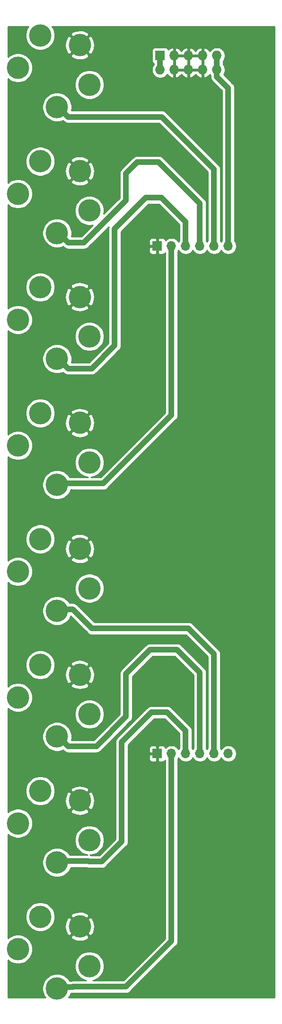
<source format=gbr>
G04 #@! TF.GenerationSoftware,KiCad,Pcbnew,(5.1.5)-3*
G04 #@! TF.CreationDate,2020-05-19T17:07:34-07:00*
G04 #@! TF.ProjectId,SM1REV1,534d3152-4556-4312-9e6b-696361645f70,rev?*
G04 #@! TF.SameCoordinates,Original*
G04 #@! TF.FileFunction,Copper,L1,Top*
G04 #@! TF.FilePolarity,Positive*
%FSLAX46Y46*%
G04 Gerber Fmt 4.6, Leading zero omitted, Abs format (unit mm)*
G04 Created by KiCad (PCBNEW (5.1.5)-3) date 2020-05-19 17:07:34*
%MOMM*%
%LPD*%
G04 APERTURE LIST*
%ADD10O,1.700000X1.700000*%
%ADD11R,1.700000X1.700000*%
%ADD12C,4.000000*%
%ADD13O,1.727200X1.727200*%
%ADD14R,1.727200X1.727200*%
%ADD15C,1.000000*%
%ADD16C,0.254000*%
G04 APERTURE END LIST*
D10*
X115062000Y-147574000D03*
X112522000Y-147574000D03*
X109982000Y-147574000D03*
X107442000Y-147574000D03*
X104902000Y-147574000D03*
D11*
X102362000Y-147574000D03*
D10*
X115062000Y-56896000D03*
X112522000Y-56896000D03*
X109982000Y-56896000D03*
X107442000Y-56896000D03*
X104902000Y-56896000D03*
D11*
X102362000Y-56896000D03*
D12*
X77420000Y-182534000D03*
X81420000Y-176734000D03*
X88487000Y-178467000D03*
X90220000Y-185534000D03*
X84420000Y-189534000D03*
X77420000Y-160036852D03*
X81420000Y-154236852D03*
X88487000Y-155969852D03*
X90220000Y-163036852D03*
X84420000Y-167036852D03*
X77420000Y-137539710D03*
X81420000Y-131739710D03*
X88487000Y-133472710D03*
X90220000Y-140539710D03*
X84420000Y-144539710D03*
X77420000Y-115042568D03*
X81420000Y-109242568D03*
X88487000Y-110975568D03*
X90220000Y-118042568D03*
X84420000Y-122042568D03*
X77420000Y-92545426D03*
X81420000Y-86745426D03*
X88487000Y-88478426D03*
X90220000Y-95545426D03*
X84420000Y-99545426D03*
X77420000Y-70048284D03*
X81420000Y-64248284D03*
X88487000Y-65981284D03*
X90220000Y-73048284D03*
X84420000Y-77048284D03*
X77420000Y-47551142D03*
X81420000Y-41751142D03*
X88487000Y-43484142D03*
X90220000Y-50551142D03*
X84420000Y-54551142D03*
X77420000Y-25054000D03*
X81420000Y-19254000D03*
X88487000Y-20987000D03*
X90220000Y-28054000D03*
X84420000Y-32054000D03*
D13*
X113030000Y-25400000D03*
X113030000Y-22860000D03*
X110490000Y-25400000D03*
X110490000Y-22860000D03*
X107950000Y-25400000D03*
X107950000Y-22860000D03*
X105410000Y-25400000D03*
X105410000Y-22860000D03*
X102870000Y-25400000D03*
D14*
X102870000Y-22860000D03*
D15*
X115062000Y-28653314D02*
X115062000Y-55693919D01*
X113030000Y-26621314D02*
X115062000Y-28653314D01*
X115062000Y-55693919D02*
X115062000Y-56896000D01*
X113030000Y-25400000D02*
X113030000Y-26621314D01*
X113030000Y-22860000D02*
X113030000Y-25400000D01*
X102870000Y-22860000D02*
X102870000Y-25400000D01*
X104902000Y-87122000D02*
X104902000Y-56896000D01*
X92710000Y-99314000D02*
X104902000Y-87122000D01*
X87271001Y-99314000D02*
X92710000Y-99314000D01*
X84420000Y-99291426D02*
X87248427Y-99291426D01*
X87248427Y-99291426D02*
X87271001Y-99314000D01*
X86419999Y-78794283D02*
X90623717Y-78794283D01*
X84420000Y-76794284D02*
X86419999Y-78794283D01*
X90623717Y-78794283D02*
X94742000Y-74676000D01*
X94742000Y-74676000D02*
X94742000Y-53848000D01*
X94742000Y-53848000D02*
X100330000Y-48260000D01*
X100330000Y-48260000D02*
X103124000Y-48260000D01*
X107442000Y-52578000D02*
X107442000Y-56896000D01*
X103124000Y-48260000D02*
X107442000Y-52578000D01*
X86419999Y-56297141D02*
X89244859Y-56297141D01*
X84420000Y-54297142D02*
X86419999Y-56297141D01*
X89244859Y-56297141D02*
X96774000Y-48768000D01*
X96774000Y-48768000D02*
X96774000Y-43942000D01*
X96774000Y-43942000D02*
X98806000Y-41910000D01*
X98806000Y-41910000D02*
X102616000Y-41910000D01*
X109982000Y-49276000D02*
X109982000Y-56896000D01*
X102616000Y-41910000D02*
X109982000Y-49276000D01*
X112522000Y-49530000D02*
X112522000Y-56896000D01*
X112522000Y-43180000D02*
X112522000Y-49530000D01*
X84420000Y-31800000D02*
X86419999Y-33799999D01*
X103141999Y-33799999D02*
X112522000Y-43180000D01*
X86419999Y-33799999D02*
X103141999Y-33799999D01*
X87248427Y-121788568D02*
X90681859Y-125222000D01*
X84420000Y-121788568D02*
X87248427Y-121788568D01*
X90681859Y-125222000D02*
X107950000Y-125222000D01*
X112522000Y-129794000D02*
X112522000Y-147574000D01*
X107950000Y-125222000D02*
X112522000Y-129794000D01*
X86419999Y-146285709D02*
X91458291Y-146285709D01*
X84420000Y-144285710D02*
X86419999Y-146285709D01*
X91458291Y-146285709D02*
X96774000Y-140970000D01*
X96774000Y-140970000D02*
X96774000Y-133350000D01*
X96774000Y-133350000D02*
X101092000Y-129032000D01*
X101092000Y-129032000D02*
X105918000Y-129032000D01*
X109982000Y-133096000D02*
X109982000Y-147574000D01*
X105918000Y-129032000D02*
X109982000Y-133096000D01*
X104140000Y-140208000D02*
X107442000Y-143510000D01*
X101346000Y-140208000D02*
X104140000Y-140208000D01*
X96012000Y-145542000D02*
X101346000Y-140208000D01*
X107442000Y-143510000D02*
X107442000Y-147574000D01*
X90025706Y-166782852D02*
X90120854Y-166878000D01*
X84420000Y-166782852D02*
X90025706Y-166782852D01*
X90120854Y-166878000D02*
X92456000Y-166878000D01*
X96012000Y-163322000D02*
X96012000Y-145542000D01*
X92456000Y-166878000D02*
X96012000Y-163322000D01*
X104902000Y-181102000D02*
X104902000Y-147574000D01*
X96774000Y-189230000D02*
X104902000Y-181102000D01*
X87298427Y-189230000D02*
X96774000Y-189230000D01*
X84420000Y-189280000D02*
X87248427Y-189280000D01*
X87248427Y-189280000D02*
X87298427Y-189230000D01*
D16*
G36*
X79084893Y-18005859D02*
G01*
X78886261Y-18485399D01*
X78785000Y-18994475D01*
X78785000Y-19513525D01*
X78886261Y-20022601D01*
X79084893Y-20502141D01*
X79373262Y-20933715D01*
X79740285Y-21300738D01*
X80171859Y-21589107D01*
X80651399Y-21787739D01*
X81160475Y-21889000D01*
X81679525Y-21889000D01*
X82188601Y-21787739D01*
X82668141Y-21589107D01*
X83099715Y-21300738D01*
X83390382Y-21010071D01*
X85839352Y-21010071D01*
X85894727Y-21526159D01*
X86049721Y-22021526D01*
X86272742Y-22438772D01*
X86639501Y-22654894D01*
X88307395Y-20987000D01*
X88666605Y-20987000D01*
X90334499Y-22654894D01*
X90701258Y-22438772D01*
X90932776Y-21996400D01*
X101368328Y-21996400D01*
X101368328Y-23723600D01*
X101380588Y-23848082D01*
X101416898Y-23967780D01*
X101475863Y-24078094D01*
X101555215Y-24174785D01*
X101651906Y-24254137D01*
X101735001Y-24298553D01*
X101735001Y-24415658D01*
X101705961Y-24444698D01*
X101541958Y-24690147D01*
X101428990Y-24962875D01*
X101371400Y-25252401D01*
X101371400Y-25547599D01*
X101428990Y-25837125D01*
X101541958Y-26109853D01*
X101705961Y-26355302D01*
X101914698Y-26564039D01*
X102160147Y-26728042D01*
X102432875Y-26841010D01*
X102722401Y-26898600D01*
X103017599Y-26898600D01*
X103307125Y-26841010D01*
X103579853Y-26728042D01*
X103825302Y-26564039D01*
X104034039Y-26355302D01*
X104144559Y-26189897D01*
X104203183Y-26288488D01*
X104399707Y-26506854D01*
X104635056Y-26682684D01*
X104900186Y-26809222D01*
X105050974Y-26854958D01*
X105283000Y-26733817D01*
X105283000Y-25527000D01*
X105537000Y-25527000D01*
X105537000Y-26733817D01*
X105769026Y-26854958D01*
X105919814Y-26809222D01*
X106184944Y-26682684D01*
X106420293Y-26506854D01*
X106616817Y-26288488D01*
X106680000Y-26182230D01*
X106743183Y-26288488D01*
X106939707Y-26506854D01*
X107175056Y-26682684D01*
X107440186Y-26809222D01*
X107590974Y-26854958D01*
X107823000Y-26733817D01*
X107823000Y-25527000D01*
X108077000Y-25527000D01*
X108077000Y-26733817D01*
X108309026Y-26854958D01*
X108459814Y-26809222D01*
X108724944Y-26682684D01*
X108960293Y-26506854D01*
X109156817Y-26288488D01*
X109220000Y-26182230D01*
X109283183Y-26288488D01*
X109479707Y-26506854D01*
X109715056Y-26682684D01*
X109980186Y-26809222D01*
X110130974Y-26854958D01*
X110363000Y-26733817D01*
X110363000Y-25527000D01*
X108077000Y-25527000D01*
X107823000Y-25527000D01*
X105537000Y-25527000D01*
X105283000Y-25527000D01*
X105263000Y-25527000D01*
X105263000Y-25273000D01*
X105283000Y-25273000D01*
X105283000Y-22987000D01*
X105537000Y-22987000D01*
X105537000Y-25273000D01*
X107823000Y-25273000D01*
X107823000Y-22987000D01*
X108077000Y-22987000D01*
X108077000Y-25273000D01*
X110363000Y-25273000D01*
X110363000Y-22987000D01*
X108077000Y-22987000D01*
X107823000Y-22987000D01*
X105537000Y-22987000D01*
X105283000Y-22987000D01*
X105263000Y-22987000D01*
X105263000Y-22733000D01*
X105283000Y-22733000D01*
X105283000Y-21526183D01*
X105537000Y-21526183D01*
X105537000Y-22733000D01*
X107823000Y-22733000D01*
X107823000Y-21526183D01*
X108077000Y-21526183D01*
X108077000Y-22733000D01*
X110363000Y-22733000D01*
X110363000Y-21526183D01*
X110130974Y-21405042D01*
X109980186Y-21450778D01*
X109715056Y-21577316D01*
X109479707Y-21753146D01*
X109283183Y-21971512D01*
X109220000Y-22077770D01*
X109156817Y-21971512D01*
X108960293Y-21753146D01*
X108724944Y-21577316D01*
X108459814Y-21450778D01*
X108309026Y-21405042D01*
X108077000Y-21526183D01*
X107823000Y-21526183D01*
X107590974Y-21405042D01*
X107440186Y-21450778D01*
X107175056Y-21577316D01*
X106939707Y-21753146D01*
X106743183Y-21971512D01*
X106680000Y-22077770D01*
X106616817Y-21971512D01*
X106420293Y-21753146D01*
X106184944Y-21577316D01*
X105919814Y-21450778D01*
X105769026Y-21405042D01*
X105537000Y-21526183D01*
X105283000Y-21526183D01*
X105050974Y-21405042D01*
X104900186Y-21450778D01*
X104635056Y-21577316D01*
X104399707Y-21753146D01*
X104342624Y-21816574D01*
X104323102Y-21752220D01*
X104264137Y-21641906D01*
X104184785Y-21545215D01*
X104088094Y-21465863D01*
X103977780Y-21406898D01*
X103858082Y-21370588D01*
X103733600Y-21358328D01*
X102006400Y-21358328D01*
X101881918Y-21370588D01*
X101762220Y-21406898D01*
X101651906Y-21465863D01*
X101555215Y-21545215D01*
X101475863Y-21641906D01*
X101416898Y-21752220D01*
X101380588Y-21871918D01*
X101368328Y-21996400D01*
X90932776Y-21996400D01*
X90941938Y-21978895D01*
X91088275Y-21480902D01*
X91134648Y-20963929D01*
X91079273Y-20447841D01*
X90924279Y-19952474D01*
X90701258Y-19535228D01*
X90334499Y-19319106D01*
X88666605Y-20987000D01*
X88307395Y-20987000D01*
X86639501Y-19319106D01*
X86272742Y-19535228D01*
X86032062Y-19995105D01*
X85885725Y-20493098D01*
X85839352Y-21010071D01*
X83390382Y-21010071D01*
X83466738Y-20933715D01*
X83755107Y-20502141D01*
X83953739Y-20022601D01*
X84055000Y-19513525D01*
X84055000Y-19139501D01*
X86819106Y-19139501D01*
X88487000Y-20807395D01*
X90154894Y-19139501D01*
X89938772Y-18772742D01*
X89478895Y-18532062D01*
X88980902Y-18385725D01*
X88463929Y-18339352D01*
X87947841Y-18394727D01*
X87452474Y-18549721D01*
X87035228Y-18772742D01*
X86819106Y-19139501D01*
X84055000Y-19139501D01*
X84055000Y-18994475D01*
X83953739Y-18485399D01*
X83755107Y-18005859D01*
X83536038Y-17678000D01*
X123340000Y-17678000D01*
X123340001Y-191110000D01*
X86536038Y-191110000D01*
X86755107Y-190782141D01*
X86907182Y-190415000D01*
X87192676Y-190415000D01*
X87248427Y-190420491D01*
X87304178Y-190415000D01*
X87304179Y-190415000D01*
X87470926Y-190398577D01*
X87581614Y-190365000D01*
X96718249Y-190365000D01*
X96774000Y-190370491D01*
X96829751Y-190365000D01*
X96829752Y-190365000D01*
X96996499Y-190348577D01*
X97210447Y-190283676D01*
X97407623Y-190178284D01*
X97580449Y-190036449D01*
X97615996Y-189993135D01*
X105665141Y-181943991D01*
X105708449Y-181908449D01*
X105850284Y-181735623D01*
X105955676Y-181538447D01*
X106020577Y-181324499D01*
X106037000Y-181157752D01*
X106037000Y-181157751D01*
X106042491Y-181102000D01*
X106037000Y-181046248D01*
X106037000Y-148539107D01*
X106055475Y-148520632D01*
X106172000Y-148346240D01*
X106288525Y-148520632D01*
X106495368Y-148727475D01*
X106738589Y-148889990D01*
X107008842Y-149001932D01*
X107295740Y-149059000D01*
X107588260Y-149059000D01*
X107875158Y-149001932D01*
X108145411Y-148889990D01*
X108388632Y-148727475D01*
X108595475Y-148520632D01*
X108712000Y-148346240D01*
X108828525Y-148520632D01*
X109035368Y-148727475D01*
X109278589Y-148889990D01*
X109548842Y-149001932D01*
X109835740Y-149059000D01*
X110128260Y-149059000D01*
X110415158Y-149001932D01*
X110685411Y-148889990D01*
X110928632Y-148727475D01*
X111135475Y-148520632D01*
X111252000Y-148346240D01*
X111368525Y-148520632D01*
X111575368Y-148727475D01*
X111818589Y-148889990D01*
X112088842Y-149001932D01*
X112375740Y-149059000D01*
X112668260Y-149059000D01*
X112955158Y-149001932D01*
X113225411Y-148889990D01*
X113468632Y-148727475D01*
X113675475Y-148520632D01*
X113792000Y-148346240D01*
X113908525Y-148520632D01*
X114115368Y-148727475D01*
X114358589Y-148889990D01*
X114628842Y-149001932D01*
X114915740Y-149059000D01*
X115208260Y-149059000D01*
X115495158Y-149001932D01*
X115765411Y-148889990D01*
X116008632Y-148727475D01*
X116215475Y-148520632D01*
X116377990Y-148277411D01*
X116489932Y-148007158D01*
X116547000Y-147720260D01*
X116547000Y-147427740D01*
X116489932Y-147140842D01*
X116377990Y-146870589D01*
X116215475Y-146627368D01*
X116008632Y-146420525D01*
X115765411Y-146258010D01*
X115495158Y-146146068D01*
X115208260Y-146089000D01*
X114915740Y-146089000D01*
X114628842Y-146146068D01*
X114358589Y-146258010D01*
X114115368Y-146420525D01*
X113908525Y-146627368D01*
X113792000Y-146801760D01*
X113675475Y-146627368D01*
X113657000Y-146608893D01*
X113657000Y-129849741D01*
X113662490Y-129793999D01*
X113657000Y-129738257D01*
X113657000Y-129738248D01*
X113640577Y-129571501D01*
X113575676Y-129357553D01*
X113470284Y-129160377D01*
X113328449Y-128987551D01*
X113285141Y-128952009D01*
X108791996Y-124458865D01*
X108756449Y-124415551D01*
X108583623Y-124273716D01*
X108386447Y-124168324D01*
X108172499Y-124103423D01*
X108005752Y-124087000D01*
X108005751Y-124087000D01*
X107950000Y-124081509D01*
X107894249Y-124087000D01*
X91151991Y-124087000D01*
X88090423Y-121025433D01*
X88054876Y-120982119D01*
X87882050Y-120840284D01*
X87684874Y-120734892D01*
X87470926Y-120669991D01*
X87304179Y-120653568D01*
X87304178Y-120653568D01*
X87248427Y-120648077D01*
X87192676Y-120653568D01*
X86660988Y-120653568D01*
X86466738Y-120362853D01*
X86099715Y-119995830D01*
X85668141Y-119707461D01*
X85188601Y-119508829D01*
X84679525Y-119407568D01*
X84160475Y-119407568D01*
X83651399Y-119508829D01*
X83171859Y-119707461D01*
X82740285Y-119995830D01*
X82373262Y-120362853D01*
X82084893Y-120794427D01*
X81886261Y-121273967D01*
X81785000Y-121783043D01*
X81785000Y-122302093D01*
X81886261Y-122811169D01*
X82084893Y-123290709D01*
X82373262Y-123722283D01*
X82740285Y-124089306D01*
X83171859Y-124377675D01*
X83651399Y-124576307D01*
X84160475Y-124677568D01*
X84679525Y-124677568D01*
X85188601Y-124576307D01*
X85668141Y-124377675D01*
X86099715Y-124089306D01*
X86466738Y-123722283D01*
X86755107Y-123290709D01*
X86869432Y-123014704D01*
X89839868Y-125985141D01*
X89875410Y-126028449D01*
X90048236Y-126170284D01*
X90245412Y-126275676D01*
X90459360Y-126340577D01*
X90681858Y-126362491D01*
X90737610Y-126357000D01*
X107479869Y-126357000D01*
X111387000Y-130264132D01*
X111387001Y-146608892D01*
X111368525Y-146627368D01*
X111252000Y-146801760D01*
X111135475Y-146627368D01*
X111117000Y-146608893D01*
X111117000Y-133151751D01*
X111122491Y-133096000D01*
X111100577Y-132873501D01*
X111035676Y-132659553D01*
X110973672Y-132543551D01*
X110930284Y-132462377D01*
X110788449Y-132289551D01*
X110745141Y-132254009D01*
X106759996Y-128268865D01*
X106724449Y-128225551D01*
X106551623Y-128083716D01*
X106354447Y-127978324D01*
X106140499Y-127913423D01*
X105973752Y-127897000D01*
X105973751Y-127897000D01*
X105918000Y-127891509D01*
X105862249Y-127897000D01*
X101147743Y-127897000D01*
X101091999Y-127891510D01*
X101036255Y-127897000D01*
X101036248Y-127897000D01*
X100890493Y-127911356D01*
X100869500Y-127913423D01*
X100819705Y-127928529D01*
X100655553Y-127978324D01*
X100458377Y-128083716D01*
X100285551Y-128225551D01*
X100250009Y-128268859D01*
X96010860Y-132508009D01*
X95967552Y-132543551D01*
X95825717Y-132716377D01*
X95769384Y-132821770D01*
X95720324Y-132913554D01*
X95655423Y-133127502D01*
X95633509Y-133350000D01*
X95639001Y-133405761D01*
X95639000Y-140499868D01*
X90988160Y-145150709D01*
X86985088Y-145150709D01*
X87055000Y-144799235D01*
X87055000Y-144280185D01*
X86953739Y-143771109D01*
X86755107Y-143291569D01*
X86466738Y-142859995D01*
X86099715Y-142492972D01*
X85668141Y-142204603D01*
X85188601Y-142005971D01*
X84679525Y-141904710D01*
X84160475Y-141904710D01*
X83651399Y-142005971D01*
X83171859Y-142204603D01*
X82740285Y-142492972D01*
X82373262Y-142859995D01*
X82084893Y-143291569D01*
X81886261Y-143771109D01*
X81785000Y-144280185D01*
X81785000Y-144799235D01*
X81886261Y-145308311D01*
X82084893Y-145787851D01*
X82373262Y-146219425D01*
X82740285Y-146586448D01*
X83171859Y-146874817D01*
X83651399Y-147073449D01*
X84160475Y-147174710D01*
X84679525Y-147174710D01*
X85188601Y-147073449D01*
X85481347Y-146952190D01*
X85578012Y-147048855D01*
X85613550Y-147092158D01*
X85656853Y-147127696D01*
X85656855Y-147127698D01*
X85786376Y-147233993D01*
X85983552Y-147339385D01*
X86197500Y-147404286D01*
X86419999Y-147426200D01*
X86475751Y-147420709D01*
X91402540Y-147420709D01*
X91458291Y-147426200D01*
X91514042Y-147420709D01*
X91514043Y-147420709D01*
X91680790Y-147404286D01*
X91894738Y-147339385D01*
X92091914Y-147233993D01*
X92264740Y-147092158D01*
X92300287Y-147048844D01*
X97537141Y-141811991D01*
X97580449Y-141776449D01*
X97722284Y-141603623D01*
X97827676Y-141406447D01*
X97892577Y-141192499D01*
X97909000Y-141025752D01*
X97909000Y-141025751D01*
X97914491Y-140970000D01*
X97909000Y-140914248D01*
X97909000Y-133820131D01*
X101562132Y-130167000D01*
X105447869Y-130167000D01*
X108847000Y-133566132D01*
X108847001Y-146608892D01*
X108828525Y-146627368D01*
X108712000Y-146801760D01*
X108595475Y-146627368D01*
X108577000Y-146608893D01*
X108577000Y-143565743D01*
X108582490Y-143509999D01*
X108577000Y-143454255D01*
X108577000Y-143454248D01*
X108560577Y-143287501D01*
X108495676Y-143073553D01*
X108390284Y-142876377D01*
X108248449Y-142703551D01*
X108205141Y-142668009D01*
X104981996Y-139444865D01*
X104946449Y-139401551D01*
X104773623Y-139259716D01*
X104576447Y-139154324D01*
X104362499Y-139089423D01*
X104195752Y-139073000D01*
X104195751Y-139073000D01*
X104140000Y-139067509D01*
X104084249Y-139073000D01*
X101401751Y-139073000D01*
X101345999Y-139067509D01*
X101123500Y-139089423D01*
X101073705Y-139104529D01*
X100909553Y-139154324D01*
X100712377Y-139259716D01*
X100539551Y-139401551D01*
X100504009Y-139444859D01*
X95248860Y-144700009D01*
X95205552Y-144735551D01*
X95063717Y-144908377D01*
X95007384Y-145013770D01*
X94958324Y-145105554D01*
X94893423Y-145319502D01*
X94871509Y-145542000D01*
X94877001Y-145597762D01*
X94877000Y-162851868D01*
X91985869Y-165743000D01*
X90488016Y-165743000D01*
X90462153Y-165729176D01*
X90273183Y-165671852D01*
X90479525Y-165671852D01*
X90988601Y-165570591D01*
X91468141Y-165371959D01*
X91899715Y-165083590D01*
X92266738Y-164716567D01*
X92555107Y-164284993D01*
X92753739Y-163805453D01*
X92855000Y-163296377D01*
X92855000Y-162777327D01*
X92753739Y-162268251D01*
X92555107Y-161788711D01*
X92266738Y-161357137D01*
X91899715Y-160990114D01*
X91468141Y-160701745D01*
X90988601Y-160503113D01*
X90479525Y-160401852D01*
X89960475Y-160401852D01*
X89451399Y-160503113D01*
X88971859Y-160701745D01*
X88540285Y-160990114D01*
X88173262Y-161357137D01*
X87884893Y-161788711D01*
X87686261Y-162268251D01*
X87585000Y-162777327D01*
X87585000Y-163296377D01*
X87686261Y-163805453D01*
X87884893Y-164284993D01*
X88173262Y-164716567D01*
X88540285Y-165083590D01*
X88971859Y-165371959D01*
X89451399Y-165570591D01*
X89839818Y-165647852D01*
X86660988Y-165647852D01*
X86466738Y-165357137D01*
X86099715Y-164990114D01*
X85668141Y-164701745D01*
X85188601Y-164503113D01*
X84679525Y-164401852D01*
X84160475Y-164401852D01*
X83651399Y-164503113D01*
X83171859Y-164701745D01*
X82740285Y-164990114D01*
X82373262Y-165357137D01*
X82084893Y-165788711D01*
X81886261Y-166268251D01*
X81785000Y-166777327D01*
X81785000Y-167296377D01*
X81886261Y-167805453D01*
X82084893Y-168284993D01*
X82373262Y-168716567D01*
X82740285Y-169083590D01*
X83171859Y-169371959D01*
X83651399Y-169570591D01*
X84160475Y-169671852D01*
X84679525Y-169671852D01*
X85188601Y-169570591D01*
X85668141Y-169371959D01*
X86099715Y-169083590D01*
X86466738Y-168716567D01*
X86755107Y-168284993D01*
X86907182Y-167917852D01*
X89658544Y-167917852D01*
X89684407Y-167931676D01*
X89898355Y-167996577D01*
X90065102Y-168013000D01*
X90065103Y-168013000D01*
X90120854Y-168018491D01*
X90176606Y-168013000D01*
X92400249Y-168013000D01*
X92456000Y-168018491D01*
X92511751Y-168013000D01*
X92511752Y-168013000D01*
X92678499Y-167996577D01*
X92892447Y-167931676D01*
X93089623Y-167826284D01*
X93262449Y-167684449D01*
X93297996Y-167641135D01*
X96775141Y-164163991D01*
X96818449Y-164128449D01*
X96960284Y-163955623D01*
X97065676Y-163758447D01*
X97130577Y-163544499D01*
X97147000Y-163377752D01*
X97147000Y-163377743D01*
X97152490Y-163322001D01*
X97147000Y-163266259D01*
X97147000Y-148424000D01*
X100873928Y-148424000D01*
X100886188Y-148548482D01*
X100922498Y-148668180D01*
X100981463Y-148778494D01*
X101060815Y-148875185D01*
X101157506Y-148954537D01*
X101267820Y-149013502D01*
X101387518Y-149049812D01*
X101512000Y-149062072D01*
X102076250Y-149059000D01*
X102235000Y-148900250D01*
X102235000Y-147701000D01*
X101035750Y-147701000D01*
X100877000Y-147859750D01*
X100873928Y-148424000D01*
X97147000Y-148424000D01*
X97147000Y-146724000D01*
X100873928Y-146724000D01*
X100877000Y-147288250D01*
X101035750Y-147447000D01*
X102235000Y-147447000D01*
X102235000Y-146247750D01*
X102076250Y-146089000D01*
X101512000Y-146085928D01*
X101387518Y-146098188D01*
X101267820Y-146134498D01*
X101157506Y-146193463D01*
X101060815Y-146272815D01*
X100981463Y-146369506D01*
X100922498Y-146479820D01*
X100886188Y-146599518D01*
X100873928Y-146724000D01*
X97147000Y-146724000D01*
X97147000Y-146012131D01*
X101816132Y-141343000D01*
X103669869Y-141343000D01*
X106307000Y-143980132D01*
X106307001Y-146608892D01*
X106288525Y-146627368D01*
X106172000Y-146801760D01*
X106055475Y-146627368D01*
X105848632Y-146420525D01*
X105605411Y-146258010D01*
X105335158Y-146146068D01*
X105048260Y-146089000D01*
X104755740Y-146089000D01*
X104468842Y-146146068D01*
X104198589Y-146258010D01*
X103955368Y-146420525D01*
X103823513Y-146552380D01*
X103801502Y-146479820D01*
X103742537Y-146369506D01*
X103663185Y-146272815D01*
X103566494Y-146193463D01*
X103456180Y-146134498D01*
X103336482Y-146098188D01*
X103212000Y-146085928D01*
X102647750Y-146089000D01*
X102489000Y-146247750D01*
X102489000Y-147447000D01*
X102509000Y-147447000D01*
X102509000Y-147701000D01*
X102489000Y-147701000D01*
X102489000Y-148900250D01*
X102647750Y-149059000D01*
X103212000Y-149062072D01*
X103336482Y-149049812D01*
X103456180Y-149013502D01*
X103566494Y-148954537D01*
X103663185Y-148875185D01*
X103742537Y-148778494D01*
X103767001Y-148732726D01*
X103767000Y-180631868D01*
X96303869Y-188095000D01*
X90851550Y-188095000D01*
X90988601Y-188067739D01*
X91468141Y-187869107D01*
X91899715Y-187580738D01*
X92266738Y-187213715D01*
X92555107Y-186782141D01*
X92753739Y-186302601D01*
X92855000Y-185793525D01*
X92855000Y-185274475D01*
X92753739Y-184765399D01*
X92555107Y-184285859D01*
X92266738Y-183854285D01*
X91899715Y-183487262D01*
X91468141Y-183198893D01*
X90988601Y-183000261D01*
X90479525Y-182899000D01*
X89960475Y-182899000D01*
X89451399Y-183000261D01*
X88971859Y-183198893D01*
X88540285Y-183487262D01*
X88173262Y-183854285D01*
X87884893Y-184285859D01*
X87686261Y-184765399D01*
X87585000Y-185274475D01*
X87585000Y-185793525D01*
X87686261Y-186302601D01*
X87884893Y-186782141D01*
X88173262Y-187213715D01*
X88540285Y-187580738D01*
X88971859Y-187869107D01*
X89451399Y-188067739D01*
X89588450Y-188095000D01*
X87354179Y-188095000D01*
X87298427Y-188089509D01*
X87242676Y-188095000D01*
X87242675Y-188095000D01*
X87075928Y-188111423D01*
X86965240Y-188145000D01*
X86660988Y-188145000D01*
X86466738Y-187854285D01*
X86099715Y-187487262D01*
X85668141Y-187198893D01*
X85188601Y-187000261D01*
X84679525Y-186899000D01*
X84160475Y-186899000D01*
X83651399Y-187000261D01*
X83171859Y-187198893D01*
X82740285Y-187487262D01*
X82373262Y-187854285D01*
X82084893Y-188285859D01*
X81886261Y-188765399D01*
X81785000Y-189274475D01*
X81785000Y-189793525D01*
X81886261Y-190302601D01*
X82084893Y-190782141D01*
X82303962Y-191110000D01*
X75660000Y-191110000D01*
X75660000Y-184500453D01*
X75740285Y-184580738D01*
X76171859Y-184869107D01*
X76651399Y-185067739D01*
X77160475Y-185169000D01*
X77679525Y-185169000D01*
X78188601Y-185067739D01*
X78668141Y-184869107D01*
X79099715Y-184580738D01*
X79466738Y-184213715D01*
X79755107Y-183782141D01*
X79953739Y-183302601D01*
X80055000Y-182793525D01*
X80055000Y-182274475D01*
X79953739Y-181765399D01*
X79755107Y-181285859D01*
X79466738Y-180854285D01*
X79099715Y-180487262D01*
X78841158Y-180314499D01*
X86819106Y-180314499D01*
X87035228Y-180681258D01*
X87495105Y-180921938D01*
X87993098Y-181068275D01*
X88510071Y-181114648D01*
X89026159Y-181059273D01*
X89521526Y-180904279D01*
X89938772Y-180681258D01*
X90154894Y-180314499D01*
X88487000Y-178646605D01*
X86819106Y-180314499D01*
X78841158Y-180314499D01*
X78668141Y-180198893D01*
X78188601Y-180000261D01*
X77679525Y-179899000D01*
X77160475Y-179899000D01*
X76651399Y-180000261D01*
X76171859Y-180198893D01*
X75740285Y-180487262D01*
X75660000Y-180567547D01*
X75660000Y-176474475D01*
X78785000Y-176474475D01*
X78785000Y-176993525D01*
X78886261Y-177502601D01*
X79084893Y-177982141D01*
X79373262Y-178413715D01*
X79740285Y-178780738D01*
X80171859Y-179069107D01*
X80651399Y-179267739D01*
X81160475Y-179369000D01*
X81679525Y-179369000D01*
X82188601Y-179267739D01*
X82668141Y-179069107D01*
X83099715Y-178780738D01*
X83390382Y-178490071D01*
X85839352Y-178490071D01*
X85894727Y-179006159D01*
X86049721Y-179501526D01*
X86272742Y-179918772D01*
X86639501Y-180134894D01*
X88307395Y-178467000D01*
X88666605Y-178467000D01*
X90334499Y-180134894D01*
X90701258Y-179918772D01*
X90941938Y-179458895D01*
X91088275Y-178960902D01*
X91134648Y-178443929D01*
X91079273Y-177927841D01*
X90924279Y-177432474D01*
X90701258Y-177015228D01*
X90334499Y-176799106D01*
X88666605Y-178467000D01*
X88307395Y-178467000D01*
X86639501Y-176799106D01*
X86272742Y-177015228D01*
X86032062Y-177475105D01*
X85885725Y-177973098D01*
X85839352Y-178490071D01*
X83390382Y-178490071D01*
X83466738Y-178413715D01*
X83755107Y-177982141D01*
X83953739Y-177502601D01*
X84055000Y-176993525D01*
X84055000Y-176619501D01*
X86819106Y-176619501D01*
X88487000Y-178287395D01*
X90154894Y-176619501D01*
X89938772Y-176252742D01*
X89478895Y-176012062D01*
X88980902Y-175865725D01*
X88463929Y-175819352D01*
X87947841Y-175874727D01*
X87452474Y-176029721D01*
X87035228Y-176252742D01*
X86819106Y-176619501D01*
X84055000Y-176619501D01*
X84055000Y-176474475D01*
X83953739Y-175965399D01*
X83755107Y-175485859D01*
X83466738Y-175054285D01*
X83099715Y-174687262D01*
X82668141Y-174398893D01*
X82188601Y-174200261D01*
X81679525Y-174099000D01*
X81160475Y-174099000D01*
X80651399Y-174200261D01*
X80171859Y-174398893D01*
X79740285Y-174687262D01*
X79373262Y-175054285D01*
X79084893Y-175485859D01*
X78886261Y-175965399D01*
X78785000Y-176474475D01*
X75660000Y-176474475D01*
X75660000Y-162003305D01*
X75740285Y-162083590D01*
X76171859Y-162371959D01*
X76651399Y-162570591D01*
X77160475Y-162671852D01*
X77679525Y-162671852D01*
X78188601Y-162570591D01*
X78668141Y-162371959D01*
X79099715Y-162083590D01*
X79466738Y-161716567D01*
X79755107Y-161284993D01*
X79953739Y-160805453D01*
X80055000Y-160296377D01*
X80055000Y-159777327D01*
X79953739Y-159268251D01*
X79755107Y-158788711D01*
X79466738Y-158357137D01*
X79099715Y-157990114D01*
X78841158Y-157817351D01*
X86819106Y-157817351D01*
X87035228Y-158184110D01*
X87495105Y-158424790D01*
X87993098Y-158571127D01*
X88510071Y-158617500D01*
X89026159Y-158562125D01*
X89521526Y-158407131D01*
X89938772Y-158184110D01*
X90154894Y-157817351D01*
X88487000Y-156149457D01*
X86819106Y-157817351D01*
X78841158Y-157817351D01*
X78668141Y-157701745D01*
X78188601Y-157503113D01*
X77679525Y-157401852D01*
X77160475Y-157401852D01*
X76651399Y-157503113D01*
X76171859Y-157701745D01*
X75740285Y-157990114D01*
X75660000Y-158070399D01*
X75660000Y-153977327D01*
X78785000Y-153977327D01*
X78785000Y-154496377D01*
X78886261Y-155005453D01*
X79084893Y-155484993D01*
X79373262Y-155916567D01*
X79740285Y-156283590D01*
X80171859Y-156571959D01*
X80651399Y-156770591D01*
X81160475Y-156871852D01*
X81679525Y-156871852D01*
X82188601Y-156770591D01*
X82668141Y-156571959D01*
X83099715Y-156283590D01*
X83390382Y-155992923D01*
X85839352Y-155992923D01*
X85894727Y-156509011D01*
X86049721Y-157004378D01*
X86272742Y-157421624D01*
X86639501Y-157637746D01*
X88307395Y-155969852D01*
X88666605Y-155969852D01*
X90334499Y-157637746D01*
X90701258Y-157421624D01*
X90941938Y-156961747D01*
X91088275Y-156463754D01*
X91134648Y-155946781D01*
X91079273Y-155430693D01*
X90924279Y-154935326D01*
X90701258Y-154518080D01*
X90334499Y-154301958D01*
X88666605Y-155969852D01*
X88307395Y-155969852D01*
X86639501Y-154301958D01*
X86272742Y-154518080D01*
X86032062Y-154977957D01*
X85885725Y-155475950D01*
X85839352Y-155992923D01*
X83390382Y-155992923D01*
X83466738Y-155916567D01*
X83755107Y-155484993D01*
X83953739Y-155005453D01*
X84055000Y-154496377D01*
X84055000Y-154122353D01*
X86819106Y-154122353D01*
X88487000Y-155790247D01*
X90154894Y-154122353D01*
X89938772Y-153755594D01*
X89478895Y-153514914D01*
X88980902Y-153368577D01*
X88463929Y-153322204D01*
X87947841Y-153377579D01*
X87452474Y-153532573D01*
X87035228Y-153755594D01*
X86819106Y-154122353D01*
X84055000Y-154122353D01*
X84055000Y-153977327D01*
X83953739Y-153468251D01*
X83755107Y-152988711D01*
X83466738Y-152557137D01*
X83099715Y-152190114D01*
X82668141Y-151901745D01*
X82188601Y-151703113D01*
X81679525Y-151601852D01*
X81160475Y-151601852D01*
X80651399Y-151703113D01*
X80171859Y-151901745D01*
X79740285Y-152190114D01*
X79373262Y-152557137D01*
X79084893Y-152988711D01*
X78886261Y-153468251D01*
X78785000Y-153977327D01*
X75660000Y-153977327D01*
X75660000Y-140280185D01*
X87585000Y-140280185D01*
X87585000Y-140799235D01*
X87686261Y-141308311D01*
X87884893Y-141787851D01*
X88173262Y-142219425D01*
X88540285Y-142586448D01*
X88971859Y-142874817D01*
X89451399Y-143073449D01*
X89960475Y-143174710D01*
X90479525Y-143174710D01*
X90988601Y-143073449D01*
X91468141Y-142874817D01*
X91899715Y-142586448D01*
X92266738Y-142219425D01*
X92555107Y-141787851D01*
X92753739Y-141308311D01*
X92855000Y-140799235D01*
X92855000Y-140280185D01*
X92753739Y-139771109D01*
X92555107Y-139291569D01*
X92266738Y-138859995D01*
X91899715Y-138492972D01*
X91468141Y-138204603D01*
X90988601Y-138005971D01*
X90479525Y-137904710D01*
X89960475Y-137904710D01*
X89451399Y-138005971D01*
X88971859Y-138204603D01*
X88540285Y-138492972D01*
X88173262Y-138859995D01*
X87884893Y-139291569D01*
X87686261Y-139771109D01*
X87585000Y-140280185D01*
X75660000Y-140280185D01*
X75660000Y-139506163D01*
X75740285Y-139586448D01*
X76171859Y-139874817D01*
X76651399Y-140073449D01*
X77160475Y-140174710D01*
X77679525Y-140174710D01*
X78188601Y-140073449D01*
X78668141Y-139874817D01*
X79099715Y-139586448D01*
X79466738Y-139219425D01*
X79755107Y-138787851D01*
X79953739Y-138308311D01*
X80055000Y-137799235D01*
X80055000Y-137280185D01*
X79953739Y-136771109D01*
X79755107Y-136291569D01*
X79466738Y-135859995D01*
X79099715Y-135492972D01*
X78841158Y-135320209D01*
X86819106Y-135320209D01*
X87035228Y-135686968D01*
X87495105Y-135927648D01*
X87993098Y-136073985D01*
X88510071Y-136120358D01*
X89026159Y-136064983D01*
X89521526Y-135909989D01*
X89938772Y-135686968D01*
X90154894Y-135320209D01*
X88487000Y-133652315D01*
X86819106Y-135320209D01*
X78841158Y-135320209D01*
X78668141Y-135204603D01*
X78188601Y-135005971D01*
X77679525Y-134904710D01*
X77160475Y-134904710D01*
X76651399Y-135005971D01*
X76171859Y-135204603D01*
X75740285Y-135492972D01*
X75660000Y-135573257D01*
X75660000Y-131480185D01*
X78785000Y-131480185D01*
X78785000Y-131999235D01*
X78886261Y-132508311D01*
X79084893Y-132987851D01*
X79373262Y-133419425D01*
X79740285Y-133786448D01*
X80171859Y-134074817D01*
X80651399Y-134273449D01*
X81160475Y-134374710D01*
X81679525Y-134374710D01*
X82188601Y-134273449D01*
X82668141Y-134074817D01*
X83099715Y-133786448D01*
X83390382Y-133495781D01*
X85839352Y-133495781D01*
X85894727Y-134011869D01*
X86049721Y-134507236D01*
X86272742Y-134924482D01*
X86639501Y-135140604D01*
X88307395Y-133472710D01*
X88666605Y-133472710D01*
X90334499Y-135140604D01*
X90701258Y-134924482D01*
X90941938Y-134464605D01*
X91088275Y-133966612D01*
X91134648Y-133449639D01*
X91079273Y-132933551D01*
X90924279Y-132438184D01*
X90701258Y-132020938D01*
X90334499Y-131804816D01*
X88666605Y-133472710D01*
X88307395Y-133472710D01*
X86639501Y-131804816D01*
X86272742Y-132020938D01*
X86032062Y-132480815D01*
X85885725Y-132978808D01*
X85839352Y-133495781D01*
X83390382Y-133495781D01*
X83466738Y-133419425D01*
X83755107Y-132987851D01*
X83953739Y-132508311D01*
X84055000Y-131999235D01*
X84055000Y-131625211D01*
X86819106Y-131625211D01*
X88487000Y-133293105D01*
X90154894Y-131625211D01*
X89938772Y-131258452D01*
X89478895Y-131017772D01*
X88980902Y-130871435D01*
X88463929Y-130825062D01*
X87947841Y-130880437D01*
X87452474Y-131035431D01*
X87035228Y-131258452D01*
X86819106Y-131625211D01*
X84055000Y-131625211D01*
X84055000Y-131480185D01*
X83953739Y-130971109D01*
X83755107Y-130491569D01*
X83466738Y-130059995D01*
X83099715Y-129692972D01*
X82668141Y-129404603D01*
X82188601Y-129205971D01*
X81679525Y-129104710D01*
X81160475Y-129104710D01*
X80651399Y-129205971D01*
X80171859Y-129404603D01*
X79740285Y-129692972D01*
X79373262Y-130059995D01*
X79084893Y-130491569D01*
X78886261Y-130971109D01*
X78785000Y-131480185D01*
X75660000Y-131480185D01*
X75660000Y-117783043D01*
X87585000Y-117783043D01*
X87585000Y-118302093D01*
X87686261Y-118811169D01*
X87884893Y-119290709D01*
X88173262Y-119722283D01*
X88540285Y-120089306D01*
X88971859Y-120377675D01*
X89451399Y-120576307D01*
X89960475Y-120677568D01*
X90479525Y-120677568D01*
X90988601Y-120576307D01*
X91468141Y-120377675D01*
X91899715Y-120089306D01*
X92266738Y-119722283D01*
X92555107Y-119290709D01*
X92753739Y-118811169D01*
X92855000Y-118302093D01*
X92855000Y-117783043D01*
X92753739Y-117273967D01*
X92555107Y-116794427D01*
X92266738Y-116362853D01*
X91899715Y-115995830D01*
X91468141Y-115707461D01*
X90988601Y-115508829D01*
X90479525Y-115407568D01*
X89960475Y-115407568D01*
X89451399Y-115508829D01*
X88971859Y-115707461D01*
X88540285Y-115995830D01*
X88173262Y-116362853D01*
X87884893Y-116794427D01*
X87686261Y-117273967D01*
X87585000Y-117783043D01*
X75660000Y-117783043D01*
X75660000Y-117009021D01*
X75740285Y-117089306D01*
X76171859Y-117377675D01*
X76651399Y-117576307D01*
X77160475Y-117677568D01*
X77679525Y-117677568D01*
X78188601Y-117576307D01*
X78668141Y-117377675D01*
X79099715Y-117089306D01*
X79466738Y-116722283D01*
X79755107Y-116290709D01*
X79953739Y-115811169D01*
X80055000Y-115302093D01*
X80055000Y-114783043D01*
X79953739Y-114273967D01*
X79755107Y-113794427D01*
X79466738Y-113362853D01*
X79099715Y-112995830D01*
X78841158Y-112823067D01*
X86819106Y-112823067D01*
X87035228Y-113189826D01*
X87495105Y-113430506D01*
X87993098Y-113576843D01*
X88510071Y-113623216D01*
X89026159Y-113567841D01*
X89521526Y-113412847D01*
X89938772Y-113189826D01*
X90154894Y-112823067D01*
X88487000Y-111155173D01*
X86819106Y-112823067D01*
X78841158Y-112823067D01*
X78668141Y-112707461D01*
X78188601Y-112508829D01*
X77679525Y-112407568D01*
X77160475Y-112407568D01*
X76651399Y-112508829D01*
X76171859Y-112707461D01*
X75740285Y-112995830D01*
X75660000Y-113076115D01*
X75660000Y-108983043D01*
X78785000Y-108983043D01*
X78785000Y-109502093D01*
X78886261Y-110011169D01*
X79084893Y-110490709D01*
X79373262Y-110922283D01*
X79740285Y-111289306D01*
X80171859Y-111577675D01*
X80651399Y-111776307D01*
X81160475Y-111877568D01*
X81679525Y-111877568D01*
X82188601Y-111776307D01*
X82668141Y-111577675D01*
X83099715Y-111289306D01*
X83390382Y-110998639D01*
X85839352Y-110998639D01*
X85894727Y-111514727D01*
X86049721Y-112010094D01*
X86272742Y-112427340D01*
X86639501Y-112643462D01*
X88307395Y-110975568D01*
X88666605Y-110975568D01*
X90334499Y-112643462D01*
X90701258Y-112427340D01*
X90941938Y-111967463D01*
X91088275Y-111469470D01*
X91134648Y-110952497D01*
X91079273Y-110436409D01*
X90924279Y-109941042D01*
X90701258Y-109523796D01*
X90334499Y-109307674D01*
X88666605Y-110975568D01*
X88307395Y-110975568D01*
X86639501Y-109307674D01*
X86272742Y-109523796D01*
X86032062Y-109983673D01*
X85885725Y-110481666D01*
X85839352Y-110998639D01*
X83390382Y-110998639D01*
X83466738Y-110922283D01*
X83755107Y-110490709D01*
X83953739Y-110011169D01*
X84055000Y-109502093D01*
X84055000Y-109128069D01*
X86819106Y-109128069D01*
X88487000Y-110795963D01*
X90154894Y-109128069D01*
X89938772Y-108761310D01*
X89478895Y-108520630D01*
X88980902Y-108374293D01*
X88463929Y-108327920D01*
X87947841Y-108383295D01*
X87452474Y-108538289D01*
X87035228Y-108761310D01*
X86819106Y-109128069D01*
X84055000Y-109128069D01*
X84055000Y-108983043D01*
X83953739Y-108473967D01*
X83755107Y-107994427D01*
X83466738Y-107562853D01*
X83099715Y-107195830D01*
X82668141Y-106907461D01*
X82188601Y-106708829D01*
X81679525Y-106607568D01*
X81160475Y-106607568D01*
X80651399Y-106708829D01*
X80171859Y-106907461D01*
X79740285Y-107195830D01*
X79373262Y-107562853D01*
X79084893Y-107994427D01*
X78886261Y-108473967D01*
X78785000Y-108983043D01*
X75660000Y-108983043D01*
X75660000Y-94511879D01*
X75740285Y-94592164D01*
X76171859Y-94880533D01*
X76651399Y-95079165D01*
X77160475Y-95180426D01*
X77679525Y-95180426D01*
X78188601Y-95079165D01*
X78668141Y-94880533D01*
X79099715Y-94592164D01*
X79466738Y-94225141D01*
X79755107Y-93793567D01*
X79953739Y-93314027D01*
X80055000Y-92804951D01*
X80055000Y-92285901D01*
X79953739Y-91776825D01*
X79755107Y-91297285D01*
X79466738Y-90865711D01*
X79099715Y-90498688D01*
X78841158Y-90325925D01*
X86819106Y-90325925D01*
X87035228Y-90692684D01*
X87495105Y-90933364D01*
X87993098Y-91079701D01*
X88510071Y-91126074D01*
X89026159Y-91070699D01*
X89521526Y-90915705D01*
X89938772Y-90692684D01*
X90154894Y-90325925D01*
X88487000Y-88658031D01*
X86819106Y-90325925D01*
X78841158Y-90325925D01*
X78668141Y-90210319D01*
X78188601Y-90011687D01*
X77679525Y-89910426D01*
X77160475Y-89910426D01*
X76651399Y-90011687D01*
X76171859Y-90210319D01*
X75740285Y-90498688D01*
X75660000Y-90578973D01*
X75660000Y-86485901D01*
X78785000Y-86485901D01*
X78785000Y-87004951D01*
X78886261Y-87514027D01*
X79084893Y-87993567D01*
X79373262Y-88425141D01*
X79740285Y-88792164D01*
X80171859Y-89080533D01*
X80651399Y-89279165D01*
X81160475Y-89380426D01*
X81679525Y-89380426D01*
X82188601Y-89279165D01*
X82668141Y-89080533D01*
X83099715Y-88792164D01*
X83390382Y-88501497D01*
X85839352Y-88501497D01*
X85894727Y-89017585D01*
X86049721Y-89512952D01*
X86272742Y-89930198D01*
X86639501Y-90146320D01*
X88307395Y-88478426D01*
X88666605Y-88478426D01*
X90334499Y-90146320D01*
X90701258Y-89930198D01*
X90941938Y-89470321D01*
X91088275Y-88972328D01*
X91134648Y-88455355D01*
X91079273Y-87939267D01*
X90924279Y-87443900D01*
X90701258Y-87026654D01*
X90334499Y-86810532D01*
X88666605Y-88478426D01*
X88307395Y-88478426D01*
X86639501Y-86810532D01*
X86272742Y-87026654D01*
X86032062Y-87486531D01*
X85885725Y-87984524D01*
X85839352Y-88501497D01*
X83390382Y-88501497D01*
X83466738Y-88425141D01*
X83755107Y-87993567D01*
X83953739Y-87514027D01*
X84055000Y-87004951D01*
X84055000Y-86630927D01*
X86819106Y-86630927D01*
X88487000Y-88298821D01*
X90154894Y-86630927D01*
X89938772Y-86264168D01*
X89478895Y-86023488D01*
X88980902Y-85877151D01*
X88463929Y-85830778D01*
X87947841Y-85886153D01*
X87452474Y-86041147D01*
X87035228Y-86264168D01*
X86819106Y-86630927D01*
X84055000Y-86630927D01*
X84055000Y-86485901D01*
X83953739Y-85976825D01*
X83755107Y-85497285D01*
X83466738Y-85065711D01*
X83099715Y-84698688D01*
X82668141Y-84410319D01*
X82188601Y-84211687D01*
X81679525Y-84110426D01*
X81160475Y-84110426D01*
X80651399Y-84211687D01*
X80171859Y-84410319D01*
X79740285Y-84698688D01*
X79373262Y-85065711D01*
X79084893Y-85497285D01*
X78886261Y-85976825D01*
X78785000Y-86485901D01*
X75660000Y-86485901D01*
X75660000Y-72788759D01*
X87585000Y-72788759D01*
X87585000Y-73307809D01*
X87686261Y-73816885D01*
X87884893Y-74296425D01*
X88173262Y-74727999D01*
X88540285Y-75095022D01*
X88971859Y-75383391D01*
X89451399Y-75582023D01*
X89960475Y-75683284D01*
X90479525Y-75683284D01*
X90988601Y-75582023D01*
X91468141Y-75383391D01*
X91899715Y-75095022D01*
X92266738Y-74727999D01*
X92555107Y-74296425D01*
X92753739Y-73816885D01*
X92855000Y-73307809D01*
X92855000Y-72788759D01*
X92753739Y-72279683D01*
X92555107Y-71800143D01*
X92266738Y-71368569D01*
X91899715Y-71001546D01*
X91468141Y-70713177D01*
X90988601Y-70514545D01*
X90479525Y-70413284D01*
X89960475Y-70413284D01*
X89451399Y-70514545D01*
X88971859Y-70713177D01*
X88540285Y-71001546D01*
X88173262Y-71368569D01*
X87884893Y-71800143D01*
X87686261Y-72279683D01*
X87585000Y-72788759D01*
X75660000Y-72788759D01*
X75660000Y-72014737D01*
X75740285Y-72095022D01*
X76171859Y-72383391D01*
X76651399Y-72582023D01*
X77160475Y-72683284D01*
X77679525Y-72683284D01*
X78188601Y-72582023D01*
X78668141Y-72383391D01*
X79099715Y-72095022D01*
X79466738Y-71727999D01*
X79755107Y-71296425D01*
X79953739Y-70816885D01*
X80055000Y-70307809D01*
X80055000Y-69788759D01*
X79953739Y-69279683D01*
X79755107Y-68800143D01*
X79466738Y-68368569D01*
X79099715Y-68001546D01*
X78841158Y-67828783D01*
X86819106Y-67828783D01*
X87035228Y-68195542D01*
X87495105Y-68436222D01*
X87993098Y-68582559D01*
X88510071Y-68628932D01*
X89026159Y-68573557D01*
X89521526Y-68418563D01*
X89938772Y-68195542D01*
X90154894Y-67828783D01*
X88487000Y-66160889D01*
X86819106Y-67828783D01*
X78841158Y-67828783D01*
X78668141Y-67713177D01*
X78188601Y-67514545D01*
X77679525Y-67413284D01*
X77160475Y-67413284D01*
X76651399Y-67514545D01*
X76171859Y-67713177D01*
X75740285Y-68001546D01*
X75660000Y-68081831D01*
X75660000Y-63988759D01*
X78785000Y-63988759D01*
X78785000Y-64507809D01*
X78886261Y-65016885D01*
X79084893Y-65496425D01*
X79373262Y-65927999D01*
X79740285Y-66295022D01*
X80171859Y-66583391D01*
X80651399Y-66782023D01*
X81160475Y-66883284D01*
X81679525Y-66883284D01*
X82188601Y-66782023D01*
X82668141Y-66583391D01*
X83099715Y-66295022D01*
X83390382Y-66004355D01*
X85839352Y-66004355D01*
X85894727Y-66520443D01*
X86049721Y-67015810D01*
X86272742Y-67433056D01*
X86639501Y-67649178D01*
X88307395Y-65981284D01*
X88666605Y-65981284D01*
X90334499Y-67649178D01*
X90701258Y-67433056D01*
X90941938Y-66973179D01*
X91088275Y-66475186D01*
X91134648Y-65958213D01*
X91079273Y-65442125D01*
X90924279Y-64946758D01*
X90701258Y-64529512D01*
X90334499Y-64313390D01*
X88666605Y-65981284D01*
X88307395Y-65981284D01*
X86639501Y-64313390D01*
X86272742Y-64529512D01*
X86032062Y-64989389D01*
X85885725Y-65487382D01*
X85839352Y-66004355D01*
X83390382Y-66004355D01*
X83466738Y-65927999D01*
X83755107Y-65496425D01*
X83953739Y-65016885D01*
X84055000Y-64507809D01*
X84055000Y-64133785D01*
X86819106Y-64133785D01*
X88487000Y-65801679D01*
X90154894Y-64133785D01*
X89938772Y-63767026D01*
X89478895Y-63526346D01*
X88980902Y-63380009D01*
X88463929Y-63333636D01*
X87947841Y-63389011D01*
X87452474Y-63544005D01*
X87035228Y-63767026D01*
X86819106Y-64133785D01*
X84055000Y-64133785D01*
X84055000Y-63988759D01*
X83953739Y-63479683D01*
X83755107Y-63000143D01*
X83466738Y-62568569D01*
X83099715Y-62201546D01*
X82668141Y-61913177D01*
X82188601Y-61714545D01*
X81679525Y-61613284D01*
X81160475Y-61613284D01*
X80651399Y-61714545D01*
X80171859Y-61913177D01*
X79740285Y-62201546D01*
X79373262Y-62568569D01*
X79084893Y-63000143D01*
X78886261Y-63479683D01*
X78785000Y-63988759D01*
X75660000Y-63988759D01*
X75660000Y-49517595D01*
X75740285Y-49597880D01*
X76171859Y-49886249D01*
X76651399Y-50084881D01*
X77160475Y-50186142D01*
X77679525Y-50186142D01*
X78188601Y-50084881D01*
X78668141Y-49886249D01*
X79099715Y-49597880D01*
X79466738Y-49230857D01*
X79755107Y-48799283D01*
X79953739Y-48319743D01*
X80055000Y-47810667D01*
X80055000Y-47291617D01*
X79953739Y-46782541D01*
X79755107Y-46303001D01*
X79466738Y-45871427D01*
X79099715Y-45504404D01*
X78841158Y-45331641D01*
X86819106Y-45331641D01*
X87035228Y-45698400D01*
X87495105Y-45939080D01*
X87993098Y-46085417D01*
X88510071Y-46131790D01*
X89026159Y-46076415D01*
X89521526Y-45921421D01*
X89938772Y-45698400D01*
X90154894Y-45331641D01*
X88487000Y-43663747D01*
X86819106Y-45331641D01*
X78841158Y-45331641D01*
X78668141Y-45216035D01*
X78188601Y-45017403D01*
X77679525Y-44916142D01*
X77160475Y-44916142D01*
X76651399Y-45017403D01*
X76171859Y-45216035D01*
X75740285Y-45504404D01*
X75660000Y-45584689D01*
X75660000Y-41491617D01*
X78785000Y-41491617D01*
X78785000Y-42010667D01*
X78886261Y-42519743D01*
X79084893Y-42999283D01*
X79373262Y-43430857D01*
X79740285Y-43797880D01*
X80171859Y-44086249D01*
X80651399Y-44284881D01*
X81160475Y-44386142D01*
X81679525Y-44386142D01*
X82188601Y-44284881D01*
X82668141Y-44086249D01*
X83099715Y-43797880D01*
X83390382Y-43507213D01*
X85839352Y-43507213D01*
X85894727Y-44023301D01*
X86049721Y-44518668D01*
X86272742Y-44935914D01*
X86639501Y-45152036D01*
X88307395Y-43484142D01*
X88666605Y-43484142D01*
X90334499Y-45152036D01*
X90701258Y-44935914D01*
X90941938Y-44476037D01*
X91088275Y-43978044D01*
X91134648Y-43461071D01*
X91079273Y-42944983D01*
X90924279Y-42449616D01*
X90701258Y-42032370D01*
X90334499Y-41816248D01*
X88666605Y-43484142D01*
X88307395Y-43484142D01*
X86639501Y-41816248D01*
X86272742Y-42032370D01*
X86032062Y-42492247D01*
X85885725Y-42990240D01*
X85839352Y-43507213D01*
X83390382Y-43507213D01*
X83466738Y-43430857D01*
X83755107Y-42999283D01*
X83953739Y-42519743D01*
X84055000Y-42010667D01*
X84055000Y-41636643D01*
X86819106Y-41636643D01*
X88487000Y-43304537D01*
X90154894Y-41636643D01*
X89938772Y-41269884D01*
X89478895Y-41029204D01*
X88980902Y-40882867D01*
X88463929Y-40836494D01*
X87947841Y-40891869D01*
X87452474Y-41046863D01*
X87035228Y-41269884D01*
X86819106Y-41636643D01*
X84055000Y-41636643D01*
X84055000Y-41491617D01*
X83953739Y-40982541D01*
X83755107Y-40503001D01*
X83466738Y-40071427D01*
X83099715Y-39704404D01*
X82668141Y-39416035D01*
X82188601Y-39217403D01*
X81679525Y-39116142D01*
X81160475Y-39116142D01*
X80651399Y-39217403D01*
X80171859Y-39416035D01*
X79740285Y-39704404D01*
X79373262Y-40071427D01*
X79084893Y-40503001D01*
X78886261Y-40982541D01*
X78785000Y-41491617D01*
X75660000Y-41491617D01*
X75660000Y-31794475D01*
X81785000Y-31794475D01*
X81785000Y-32313525D01*
X81886261Y-32822601D01*
X82084893Y-33302141D01*
X82373262Y-33733715D01*
X82740285Y-34100738D01*
X83171859Y-34389107D01*
X83651399Y-34587739D01*
X84160475Y-34689000D01*
X84679525Y-34689000D01*
X85188601Y-34587739D01*
X85481347Y-34466480D01*
X85578012Y-34563145D01*
X85613550Y-34606448D01*
X85656853Y-34641986D01*
X85656855Y-34641988D01*
X85786376Y-34748283D01*
X85983552Y-34853675D01*
X86197500Y-34918576D01*
X86419999Y-34940490D01*
X86475751Y-34934999D01*
X102671868Y-34934999D01*
X111387000Y-43650133D01*
X111387001Y-49474239D01*
X111387000Y-49474249D01*
X111387001Y-55930892D01*
X111368525Y-55949368D01*
X111252000Y-56123760D01*
X111135475Y-55949368D01*
X111117000Y-55930893D01*
X111117000Y-49331751D01*
X111122491Y-49275999D01*
X111100577Y-49053501D01*
X111035676Y-48839553D01*
X110959185Y-48696448D01*
X110930284Y-48642377D01*
X110788449Y-48469551D01*
X110745141Y-48434009D01*
X103457996Y-41146865D01*
X103422449Y-41103551D01*
X103249623Y-40961716D01*
X103052447Y-40856324D01*
X102838499Y-40791423D01*
X102671752Y-40775000D01*
X102671751Y-40775000D01*
X102616000Y-40769509D01*
X102560249Y-40775000D01*
X98861751Y-40775000D01*
X98806000Y-40769509D01*
X98750248Y-40775000D01*
X98583501Y-40791423D01*
X98369553Y-40856324D01*
X98172377Y-40961716D01*
X97999551Y-41103551D01*
X97964009Y-41146859D01*
X96010860Y-43100009D01*
X95967552Y-43135551D01*
X95825717Y-43308377D01*
X95775408Y-43402499D01*
X95720324Y-43505554D01*
X95655423Y-43719502D01*
X95633509Y-43942000D01*
X95639001Y-43997761D01*
X95639000Y-48297868D01*
X92787660Y-51149208D01*
X92855000Y-50810667D01*
X92855000Y-50291617D01*
X92753739Y-49782541D01*
X92555107Y-49303001D01*
X92266738Y-48871427D01*
X91899715Y-48504404D01*
X91468141Y-48216035D01*
X90988601Y-48017403D01*
X90479525Y-47916142D01*
X89960475Y-47916142D01*
X89451399Y-48017403D01*
X88971859Y-48216035D01*
X88540285Y-48504404D01*
X88173262Y-48871427D01*
X87884893Y-49303001D01*
X87686261Y-49782541D01*
X87585000Y-50291617D01*
X87585000Y-50810667D01*
X87686261Y-51319743D01*
X87884893Y-51799283D01*
X88173262Y-52230857D01*
X88540285Y-52597880D01*
X88971859Y-52886249D01*
X89451399Y-53084881D01*
X89960475Y-53186142D01*
X90479525Y-53186142D01*
X90818066Y-53118802D01*
X88774728Y-55162141D01*
X86985088Y-55162141D01*
X87055000Y-54810667D01*
X87055000Y-54291617D01*
X86953739Y-53782541D01*
X86755107Y-53303001D01*
X86466738Y-52871427D01*
X86099715Y-52504404D01*
X85668141Y-52216035D01*
X85188601Y-52017403D01*
X84679525Y-51916142D01*
X84160475Y-51916142D01*
X83651399Y-52017403D01*
X83171859Y-52216035D01*
X82740285Y-52504404D01*
X82373262Y-52871427D01*
X82084893Y-53303001D01*
X81886261Y-53782541D01*
X81785000Y-54291617D01*
X81785000Y-54810667D01*
X81886261Y-55319743D01*
X82084893Y-55799283D01*
X82373262Y-56230857D01*
X82740285Y-56597880D01*
X83171859Y-56886249D01*
X83651399Y-57084881D01*
X84160475Y-57186142D01*
X84679525Y-57186142D01*
X85188601Y-57084881D01*
X85481347Y-56963622D01*
X85578012Y-57060287D01*
X85613550Y-57103590D01*
X85656853Y-57139128D01*
X85656855Y-57139130D01*
X85786376Y-57245425D01*
X85983552Y-57350817D01*
X86197500Y-57415718D01*
X86419999Y-57437632D01*
X86475751Y-57432141D01*
X89189108Y-57432141D01*
X89244859Y-57437632D01*
X89300610Y-57432141D01*
X89300611Y-57432141D01*
X89467358Y-57415718D01*
X89681306Y-57350817D01*
X89878482Y-57245425D01*
X90051308Y-57103590D01*
X90086855Y-57060276D01*
X93667748Y-53479384D01*
X93623423Y-53625502D01*
X93601509Y-53848000D01*
X93607001Y-53903762D01*
X93607000Y-74205867D01*
X90153586Y-77659283D01*
X86985088Y-77659283D01*
X87055000Y-77307809D01*
X87055000Y-76788759D01*
X86953739Y-76279683D01*
X86755107Y-75800143D01*
X86466738Y-75368569D01*
X86099715Y-75001546D01*
X85668141Y-74713177D01*
X85188601Y-74514545D01*
X84679525Y-74413284D01*
X84160475Y-74413284D01*
X83651399Y-74514545D01*
X83171859Y-74713177D01*
X82740285Y-75001546D01*
X82373262Y-75368569D01*
X82084893Y-75800143D01*
X81886261Y-76279683D01*
X81785000Y-76788759D01*
X81785000Y-77307809D01*
X81886261Y-77816885D01*
X82084893Y-78296425D01*
X82373262Y-78727999D01*
X82740285Y-79095022D01*
X83171859Y-79383391D01*
X83651399Y-79582023D01*
X84160475Y-79683284D01*
X84679525Y-79683284D01*
X85188601Y-79582023D01*
X85481347Y-79460764D01*
X85578012Y-79557429D01*
X85613550Y-79600732D01*
X85656853Y-79636270D01*
X85656855Y-79636272D01*
X85786376Y-79742567D01*
X85983552Y-79847959D01*
X86197500Y-79912860D01*
X86419999Y-79934774D01*
X86475751Y-79929283D01*
X90567966Y-79929283D01*
X90623717Y-79934774D01*
X90679468Y-79929283D01*
X90679469Y-79929283D01*
X90846216Y-79912860D01*
X91060164Y-79847959D01*
X91257340Y-79742567D01*
X91430166Y-79600732D01*
X91465713Y-79557418D01*
X95505146Y-75517987D01*
X95548449Y-75482449D01*
X95690284Y-75309623D01*
X95795676Y-75112447D01*
X95860577Y-74898499D01*
X95877000Y-74731752D01*
X95877000Y-74731751D01*
X95882491Y-74676000D01*
X95877000Y-74620248D01*
X95877000Y-57746000D01*
X100873928Y-57746000D01*
X100886188Y-57870482D01*
X100922498Y-57990180D01*
X100981463Y-58100494D01*
X101060815Y-58197185D01*
X101157506Y-58276537D01*
X101267820Y-58335502D01*
X101387518Y-58371812D01*
X101512000Y-58384072D01*
X102076250Y-58381000D01*
X102235000Y-58222250D01*
X102235000Y-57023000D01*
X101035750Y-57023000D01*
X100877000Y-57181750D01*
X100873928Y-57746000D01*
X95877000Y-57746000D01*
X95877000Y-56046000D01*
X100873928Y-56046000D01*
X100877000Y-56610250D01*
X101035750Y-56769000D01*
X102235000Y-56769000D01*
X102235000Y-55569750D01*
X102076250Y-55411000D01*
X101512000Y-55407928D01*
X101387518Y-55420188D01*
X101267820Y-55456498D01*
X101157506Y-55515463D01*
X101060815Y-55594815D01*
X100981463Y-55691506D01*
X100922498Y-55801820D01*
X100886188Y-55921518D01*
X100873928Y-56046000D01*
X95877000Y-56046000D01*
X95877000Y-54318131D01*
X100800132Y-49395000D01*
X102653869Y-49395000D01*
X106307000Y-53048132D01*
X106307001Y-55930892D01*
X106288525Y-55949368D01*
X106172000Y-56123760D01*
X106055475Y-55949368D01*
X105848632Y-55742525D01*
X105605411Y-55580010D01*
X105335158Y-55468068D01*
X105048260Y-55411000D01*
X104755740Y-55411000D01*
X104468842Y-55468068D01*
X104198589Y-55580010D01*
X103955368Y-55742525D01*
X103823513Y-55874380D01*
X103801502Y-55801820D01*
X103742537Y-55691506D01*
X103663185Y-55594815D01*
X103566494Y-55515463D01*
X103456180Y-55456498D01*
X103336482Y-55420188D01*
X103212000Y-55407928D01*
X102647750Y-55411000D01*
X102489000Y-55569750D01*
X102489000Y-56769000D01*
X102509000Y-56769000D01*
X102509000Y-57023000D01*
X102489000Y-57023000D01*
X102489000Y-58222250D01*
X102647750Y-58381000D01*
X103212000Y-58384072D01*
X103336482Y-58371812D01*
X103456180Y-58335502D01*
X103566494Y-58276537D01*
X103663185Y-58197185D01*
X103742537Y-58100494D01*
X103767001Y-58054726D01*
X103767000Y-86651868D01*
X92239869Y-98179000D01*
X90486694Y-98179000D01*
X90988601Y-98079165D01*
X91468141Y-97880533D01*
X91899715Y-97592164D01*
X92266738Y-97225141D01*
X92555107Y-96793567D01*
X92753739Y-96314027D01*
X92855000Y-95804951D01*
X92855000Y-95285901D01*
X92753739Y-94776825D01*
X92555107Y-94297285D01*
X92266738Y-93865711D01*
X91899715Y-93498688D01*
X91468141Y-93210319D01*
X90988601Y-93011687D01*
X90479525Y-92910426D01*
X89960475Y-92910426D01*
X89451399Y-93011687D01*
X88971859Y-93210319D01*
X88540285Y-93498688D01*
X88173262Y-93865711D01*
X87884893Y-94297285D01*
X87686261Y-94776825D01*
X87585000Y-95285901D01*
X87585000Y-95804951D01*
X87686261Y-96314027D01*
X87884893Y-96793567D01*
X88173262Y-97225141D01*
X88540285Y-97592164D01*
X88971859Y-97880533D01*
X89451399Y-98079165D01*
X89953306Y-98179000D01*
X87491203Y-98179000D01*
X87470926Y-98172849D01*
X87304179Y-98156426D01*
X87304178Y-98156426D01*
X87248427Y-98150935D01*
X87192676Y-98156426D01*
X86660988Y-98156426D01*
X86466738Y-97865711D01*
X86099715Y-97498688D01*
X85668141Y-97210319D01*
X85188601Y-97011687D01*
X84679525Y-96910426D01*
X84160475Y-96910426D01*
X83651399Y-97011687D01*
X83171859Y-97210319D01*
X82740285Y-97498688D01*
X82373262Y-97865711D01*
X82084893Y-98297285D01*
X81886261Y-98776825D01*
X81785000Y-99285901D01*
X81785000Y-99804951D01*
X81886261Y-100314027D01*
X82084893Y-100793567D01*
X82373262Y-101225141D01*
X82740285Y-101592164D01*
X83171859Y-101880533D01*
X83651399Y-102079165D01*
X84160475Y-102180426D01*
X84679525Y-102180426D01*
X85188601Y-102079165D01*
X85668141Y-101880533D01*
X86099715Y-101592164D01*
X86466738Y-101225141D01*
X86755107Y-100793567D01*
X86907182Y-100426426D01*
X87028225Y-100426426D01*
X87048502Y-100432577D01*
X87215249Y-100449000D01*
X87215259Y-100449000D01*
X87271000Y-100454490D01*
X87326742Y-100449000D01*
X92654249Y-100449000D01*
X92710000Y-100454491D01*
X92765751Y-100449000D01*
X92765752Y-100449000D01*
X92932499Y-100432577D01*
X93146447Y-100367676D01*
X93343623Y-100262284D01*
X93516449Y-100120449D01*
X93551996Y-100077135D01*
X105665141Y-87963991D01*
X105708449Y-87928449D01*
X105850284Y-87755623D01*
X105955676Y-87558447D01*
X106020577Y-87344499D01*
X106037000Y-87177752D01*
X106037000Y-87177751D01*
X106042491Y-87122000D01*
X106037000Y-87066248D01*
X106037000Y-57861107D01*
X106055475Y-57842632D01*
X106172000Y-57668240D01*
X106288525Y-57842632D01*
X106495368Y-58049475D01*
X106738589Y-58211990D01*
X107008842Y-58323932D01*
X107295740Y-58381000D01*
X107588260Y-58381000D01*
X107875158Y-58323932D01*
X108145411Y-58211990D01*
X108388632Y-58049475D01*
X108595475Y-57842632D01*
X108712000Y-57668240D01*
X108828525Y-57842632D01*
X109035368Y-58049475D01*
X109278589Y-58211990D01*
X109548842Y-58323932D01*
X109835740Y-58381000D01*
X110128260Y-58381000D01*
X110415158Y-58323932D01*
X110685411Y-58211990D01*
X110928632Y-58049475D01*
X111135475Y-57842632D01*
X111252000Y-57668240D01*
X111368525Y-57842632D01*
X111575368Y-58049475D01*
X111818589Y-58211990D01*
X112088842Y-58323932D01*
X112375740Y-58381000D01*
X112668260Y-58381000D01*
X112955158Y-58323932D01*
X113225411Y-58211990D01*
X113468632Y-58049475D01*
X113675475Y-57842632D01*
X113792000Y-57668240D01*
X113908525Y-57842632D01*
X114115368Y-58049475D01*
X114358589Y-58211990D01*
X114628842Y-58323932D01*
X114915740Y-58381000D01*
X115208260Y-58381000D01*
X115495158Y-58323932D01*
X115765411Y-58211990D01*
X116008632Y-58049475D01*
X116215475Y-57842632D01*
X116377990Y-57599411D01*
X116489932Y-57329158D01*
X116547000Y-57042260D01*
X116547000Y-56749740D01*
X116489932Y-56462842D01*
X116377990Y-56192589D01*
X116215475Y-55949368D01*
X116197000Y-55930893D01*
X116197000Y-28709065D01*
X116202491Y-28653314D01*
X116180577Y-28430815D01*
X116115676Y-28216867D01*
X116010284Y-28019691D01*
X115868449Y-27846865D01*
X115825141Y-27811323D01*
X114264166Y-26250349D01*
X114358042Y-26109853D01*
X114471010Y-25837125D01*
X114528600Y-25547599D01*
X114528600Y-25252401D01*
X114471010Y-24962875D01*
X114358042Y-24690147D01*
X114194039Y-24444698D01*
X114165000Y-24415659D01*
X114165000Y-23844341D01*
X114194039Y-23815302D01*
X114358042Y-23569853D01*
X114471010Y-23297125D01*
X114528600Y-23007599D01*
X114528600Y-22712401D01*
X114471010Y-22422875D01*
X114358042Y-22150147D01*
X114194039Y-21904698D01*
X113985302Y-21695961D01*
X113739853Y-21531958D01*
X113467125Y-21418990D01*
X113177599Y-21361400D01*
X112882401Y-21361400D01*
X112592875Y-21418990D01*
X112320147Y-21531958D01*
X112074698Y-21695961D01*
X111865961Y-21904698D01*
X111755441Y-22070103D01*
X111696817Y-21971512D01*
X111500293Y-21753146D01*
X111264944Y-21577316D01*
X110999814Y-21450778D01*
X110849026Y-21405042D01*
X110617000Y-21526183D01*
X110617000Y-22733000D01*
X110637000Y-22733000D01*
X110637000Y-22987000D01*
X110617000Y-22987000D01*
X110617000Y-25273000D01*
X110637000Y-25273000D01*
X110637000Y-25527000D01*
X110617000Y-25527000D01*
X110617000Y-26733817D01*
X110849026Y-26854958D01*
X110999814Y-26809222D01*
X111264944Y-26682684D01*
X111500293Y-26506854D01*
X111696817Y-26288488D01*
X111755441Y-26189897D01*
X111865961Y-26355302D01*
X111895000Y-26384341D01*
X111895000Y-26565563D01*
X111889509Y-26621314D01*
X111895000Y-26677065D01*
X111895000Y-26677066D01*
X111911423Y-26843813D01*
X111976324Y-27057761D01*
X112081717Y-27254937D01*
X112223552Y-27427763D01*
X112266860Y-27463305D01*
X113927000Y-29123446D01*
X113927001Y-55638158D01*
X113927000Y-55638168D01*
X113927000Y-55930893D01*
X113908525Y-55949368D01*
X113792000Y-56123760D01*
X113675475Y-55949368D01*
X113657000Y-55930893D01*
X113657000Y-43235752D01*
X113662491Y-43180000D01*
X113640577Y-42957501D01*
X113575676Y-42743553D01*
X113470284Y-42546377D01*
X113363989Y-42416856D01*
X113363987Y-42416854D01*
X113328449Y-42373551D01*
X113285146Y-42338013D01*
X103983995Y-33036864D01*
X103948448Y-32993550D01*
X103775622Y-32851715D01*
X103578446Y-32746323D01*
X103364498Y-32681422D01*
X103197751Y-32664999D01*
X103197750Y-32664999D01*
X103141999Y-32659508D01*
X103086248Y-32664999D01*
X86985088Y-32664999D01*
X87055000Y-32313525D01*
X87055000Y-31794475D01*
X86953739Y-31285399D01*
X86755107Y-30805859D01*
X86466738Y-30374285D01*
X86099715Y-30007262D01*
X85668141Y-29718893D01*
X85188601Y-29520261D01*
X84679525Y-29419000D01*
X84160475Y-29419000D01*
X83651399Y-29520261D01*
X83171859Y-29718893D01*
X82740285Y-30007262D01*
X82373262Y-30374285D01*
X82084893Y-30805859D01*
X81886261Y-31285399D01*
X81785000Y-31794475D01*
X75660000Y-31794475D01*
X75660000Y-27794475D01*
X87585000Y-27794475D01*
X87585000Y-28313525D01*
X87686261Y-28822601D01*
X87884893Y-29302141D01*
X88173262Y-29733715D01*
X88540285Y-30100738D01*
X88971859Y-30389107D01*
X89451399Y-30587739D01*
X89960475Y-30689000D01*
X90479525Y-30689000D01*
X90988601Y-30587739D01*
X91468141Y-30389107D01*
X91899715Y-30100738D01*
X92266738Y-29733715D01*
X92555107Y-29302141D01*
X92753739Y-28822601D01*
X92855000Y-28313525D01*
X92855000Y-27794475D01*
X92753739Y-27285399D01*
X92555107Y-26805859D01*
X92266738Y-26374285D01*
X91899715Y-26007262D01*
X91468141Y-25718893D01*
X90988601Y-25520261D01*
X90479525Y-25419000D01*
X89960475Y-25419000D01*
X89451399Y-25520261D01*
X88971859Y-25718893D01*
X88540285Y-26007262D01*
X88173262Y-26374285D01*
X87884893Y-26805859D01*
X87686261Y-27285399D01*
X87585000Y-27794475D01*
X75660000Y-27794475D01*
X75660000Y-27020453D01*
X75740285Y-27100738D01*
X76171859Y-27389107D01*
X76651399Y-27587739D01*
X77160475Y-27689000D01*
X77679525Y-27689000D01*
X78188601Y-27587739D01*
X78668141Y-27389107D01*
X79099715Y-27100738D01*
X79466738Y-26733715D01*
X79755107Y-26302141D01*
X79953739Y-25822601D01*
X80055000Y-25313525D01*
X80055000Y-24794475D01*
X79953739Y-24285399D01*
X79755107Y-23805859D01*
X79466738Y-23374285D01*
X79099715Y-23007262D01*
X78841158Y-22834499D01*
X86819106Y-22834499D01*
X87035228Y-23201258D01*
X87495105Y-23441938D01*
X87993098Y-23588275D01*
X88510071Y-23634648D01*
X89026159Y-23579273D01*
X89521526Y-23424279D01*
X89938772Y-23201258D01*
X90154894Y-22834499D01*
X88487000Y-21166605D01*
X86819106Y-22834499D01*
X78841158Y-22834499D01*
X78668141Y-22718893D01*
X78188601Y-22520261D01*
X77679525Y-22419000D01*
X77160475Y-22419000D01*
X76651399Y-22520261D01*
X76171859Y-22718893D01*
X75740285Y-23007262D01*
X75660000Y-23087547D01*
X75660000Y-17678000D01*
X79303962Y-17678000D01*
X79084893Y-18005859D01*
G37*
X79084893Y-18005859D02*
X78886261Y-18485399D01*
X78785000Y-18994475D01*
X78785000Y-19513525D01*
X78886261Y-20022601D01*
X79084893Y-20502141D01*
X79373262Y-20933715D01*
X79740285Y-21300738D01*
X80171859Y-21589107D01*
X80651399Y-21787739D01*
X81160475Y-21889000D01*
X81679525Y-21889000D01*
X82188601Y-21787739D01*
X82668141Y-21589107D01*
X83099715Y-21300738D01*
X83390382Y-21010071D01*
X85839352Y-21010071D01*
X85894727Y-21526159D01*
X86049721Y-22021526D01*
X86272742Y-22438772D01*
X86639501Y-22654894D01*
X88307395Y-20987000D01*
X88666605Y-20987000D01*
X90334499Y-22654894D01*
X90701258Y-22438772D01*
X90932776Y-21996400D01*
X101368328Y-21996400D01*
X101368328Y-23723600D01*
X101380588Y-23848082D01*
X101416898Y-23967780D01*
X101475863Y-24078094D01*
X101555215Y-24174785D01*
X101651906Y-24254137D01*
X101735001Y-24298553D01*
X101735001Y-24415658D01*
X101705961Y-24444698D01*
X101541958Y-24690147D01*
X101428990Y-24962875D01*
X101371400Y-25252401D01*
X101371400Y-25547599D01*
X101428990Y-25837125D01*
X101541958Y-26109853D01*
X101705961Y-26355302D01*
X101914698Y-26564039D01*
X102160147Y-26728042D01*
X102432875Y-26841010D01*
X102722401Y-26898600D01*
X103017599Y-26898600D01*
X103307125Y-26841010D01*
X103579853Y-26728042D01*
X103825302Y-26564039D01*
X104034039Y-26355302D01*
X104144559Y-26189897D01*
X104203183Y-26288488D01*
X104399707Y-26506854D01*
X104635056Y-26682684D01*
X104900186Y-26809222D01*
X105050974Y-26854958D01*
X105283000Y-26733817D01*
X105283000Y-25527000D01*
X105537000Y-25527000D01*
X105537000Y-26733817D01*
X105769026Y-26854958D01*
X105919814Y-26809222D01*
X106184944Y-26682684D01*
X106420293Y-26506854D01*
X106616817Y-26288488D01*
X106680000Y-26182230D01*
X106743183Y-26288488D01*
X106939707Y-26506854D01*
X107175056Y-26682684D01*
X107440186Y-26809222D01*
X107590974Y-26854958D01*
X107823000Y-26733817D01*
X107823000Y-25527000D01*
X108077000Y-25527000D01*
X108077000Y-26733817D01*
X108309026Y-26854958D01*
X108459814Y-26809222D01*
X108724944Y-26682684D01*
X108960293Y-26506854D01*
X109156817Y-26288488D01*
X109220000Y-26182230D01*
X109283183Y-26288488D01*
X109479707Y-26506854D01*
X109715056Y-26682684D01*
X109980186Y-26809222D01*
X110130974Y-26854958D01*
X110363000Y-26733817D01*
X110363000Y-25527000D01*
X108077000Y-25527000D01*
X107823000Y-25527000D01*
X105537000Y-25527000D01*
X105283000Y-25527000D01*
X105263000Y-25527000D01*
X105263000Y-25273000D01*
X105283000Y-25273000D01*
X105283000Y-22987000D01*
X105537000Y-22987000D01*
X105537000Y-25273000D01*
X107823000Y-25273000D01*
X107823000Y-22987000D01*
X108077000Y-22987000D01*
X108077000Y-25273000D01*
X110363000Y-25273000D01*
X110363000Y-22987000D01*
X108077000Y-22987000D01*
X107823000Y-22987000D01*
X105537000Y-22987000D01*
X105283000Y-22987000D01*
X105263000Y-22987000D01*
X105263000Y-22733000D01*
X105283000Y-22733000D01*
X105283000Y-21526183D01*
X105537000Y-21526183D01*
X105537000Y-22733000D01*
X107823000Y-22733000D01*
X107823000Y-21526183D01*
X108077000Y-21526183D01*
X108077000Y-22733000D01*
X110363000Y-22733000D01*
X110363000Y-21526183D01*
X110130974Y-21405042D01*
X109980186Y-21450778D01*
X109715056Y-21577316D01*
X109479707Y-21753146D01*
X109283183Y-21971512D01*
X109220000Y-22077770D01*
X109156817Y-21971512D01*
X108960293Y-21753146D01*
X108724944Y-21577316D01*
X108459814Y-21450778D01*
X108309026Y-21405042D01*
X108077000Y-21526183D01*
X107823000Y-21526183D01*
X107590974Y-21405042D01*
X107440186Y-21450778D01*
X107175056Y-21577316D01*
X106939707Y-21753146D01*
X106743183Y-21971512D01*
X106680000Y-22077770D01*
X106616817Y-21971512D01*
X106420293Y-21753146D01*
X106184944Y-21577316D01*
X105919814Y-21450778D01*
X105769026Y-21405042D01*
X105537000Y-21526183D01*
X105283000Y-21526183D01*
X105050974Y-21405042D01*
X104900186Y-21450778D01*
X104635056Y-21577316D01*
X104399707Y-21753146D01*
X104342624Y-21816574D01*
X104323102Y-21752220D01*
X104264137Y-21641906D01*
X104184785Y-21545215D01*
X104088094Y-21465863D01*
X103977780Y-21406898D01*
X103858082Y-21370588D01*
X103733600Y-21358328D01*
X102006400Y-21358328D01*
X101881918Y-21370588D01*
X101762220Y-21406898D01*
X101651906Y-21465863D01*
X101555215Y-21545215D01*
X101475863Y-21641906D01*
X101416898Y-21752220D01*
X101380588Y-21871918D01*
X101368328Y-21996400D01*
X90932776Y-21996400D01*
X90941938Y-21978895D01*
X91088275Y-21480902D01*
X91134648Y-20963929D01*
X91079273Y-20447841D01*
X90924279Y-19952474D01*
X90701258Y-19535228D01*
X90334499Y-19319106D01*
X88666605Y-20987000D01*
X88307395Y-20987000D01*
X86639501Y-19319106D01*
X86272742Y-19535228D01*
X86032062Y-19995105D01*
X85885725Y-20493098D01*
X85839352Y-21010071D01*
X83390382Y-21010071D01*
X83466738Y-20933715D01*
X83755107Y-20502141D01*
X83953739Y-20022601D01*
X84055000Y-19513525D01*
X84055000Y-19139501D01*
X86819106Y-19139501D01*
X88487000Y-20807395D01*
X90154894Y-19139501D01*
X89938772Y-18772742D01*
X89478895Y-18532062D01*
X88980902Y-18385725D01*
X88463929Y-18339352D01*
X87947841Y-18394727D01*
X87452474Y-18549721D01*
X87035228Y-18772742D01*
X86819106Y-19139501D01*
X84055000Y-19139501D01*
X84055000Y-18994475D01*
X83953739Y-18485399D01*
X83755107Y-18005859D01*
X83536038Y-17678000D01*
X123340000Y-17678000D01*
X123340001Y-191110000D01*
X86536038Y-191110000D01*
X86755107Y-190782141D01*
X86907182Y-190415000D01*
X87192676Y-190415000D01*
X87248427Y-190420491D01*
X87304178Y-190415000D01*
X87304179Y-190415000D01*
X87470926Y-190398577D01*
X87581614Y-190365000D01*
X96718249Y-190365000D01*
X96774000Y-190370491D01*
X96829751Y-190365000D01*
X96829752Y-190365000D01*
X96996499Y-190348577D01*
X97210447Y-190283676D01*
X97407623Y-190178284D01*
X97580449Y-190036449D01*
X97615996Y-189993135D01*
X105665141Y-181943991D01*
X105708449Y-181908449D01*
X105850284Y-181735623D01*
X105955676Y-181538447D01*
X106020577Y-181324499D01*
X106037000Y-181157752D01*
X106037000Y-181157751D01*
X106042491Y-181102000D01*
X106037000Y-181046248D01*
X106037000Y-148539107D01*
X106055475Y-148520632D01*
X106172000Y-148346240D01*
X106288525Y-148520632D01*
X106495368Y-148727475D01*
X106738589Y-148889990D01*
X107008842Y-149001932D01*
X107295740Y-149059000D01*
X107588260Y-149059000D01*
X107875158Y-149001932D01*
X108145411Y-148889990D01*
X108388632Y-148727475D01*
X108595475Y-148520632D01*
X108712000Y-148346240D01*
X108828525Y-148520632D01*
X109035368Y-148727475D01*
X109278589Y-148889990D01*
X109548842Y-149001932D01*
X109835740Y-149059000D01*
X110128260Y-149059000D01*
X110415158Y-149001932D01*
X110685411Y-148889990D01*
X110928632Y-148727475D01*
X111135475Y-148520632D01*
X111252000Y-148346240D01*
X111368525Y-148520632D01*
X111575368Y-148727475D01*
X111818589Y-148889990D01*
X112088842Y-149001932D01*
X112375740Y-149059000D01*
X112668260Y-149059000D01*
X112955158Y-149001932D01*
X113225411Y-148889990D01*
X113468632Y-148727475D01*
X113675475Y-148520632D01*
X113792000Y-148346240D01*
X113908525Y-148520632D01*
X114115368Y-148727475D01*
X114358589Y-148889990D01*
X114628842Y-149001932D01*
X114915740Y-149059000D01*
X115208260Y-149059000D01*
X115495158Y-149001932D01*
X115765411Y-148889990D01*
X116008632Y-148727475D01*
X116215475Y-148520632D01*
X116377990Y-148277411D01*
X116489932Y-148007158D01*
X116547000Y-147720260D01*
X116547000Y-147427740D01*
X116489932Y-147140842D01*
X116377990Y-146870589D01*
X116215475Y-146627368D01*
X116008632Y-146420525D01*
X115765411Y-146258010D01*
X115495158Y-146146068D01*
X115208260Y-146089000D01*
X114915740Y-146089000D01*
X114628842Y-146146068D01*
X114358589Y-146258010D01*
X114115368Y-146420525D01*
X113908525Y-146627368D01*
X113792000Y-146801760D01*
X113675475Y-146627368D01*
X113657000Y-146608893D01*
X113657000Y-129849741D01*
X113662490Y-129793999D01*
X113657000Y-129738257D01*
X113657000Y-129738248D01*
X113640577Y-129571501D01*
X113575676Y-129357553D01*
X113470284Y-129160377D01*
X113328449Y-128987551D01*
X113285141Y-128952009D01*
X108791996Y-124458865D01*
X108756449Y-124415551D01*
X108583623Y-124273716D01*
X108386447Y-124168324D01*
X108172499Y-124103423D01*
X108005752Y-124087000D01*
X108005751Y-124087000D01*
X107950000Y-124081509D01*
X107894249Y-124087000D01*
X91151991Y-124087000D01*
X88090423Y-121025433D01*
X88054876Y-120982119D01*
X87882050Y-120840284D01*
X87684874Y-120734892D01*
X87470926Y-120669991D01*
X87304179Y-120653568D01*
X87304178Y-120653568D01*
X87248427Y-120648077D01*
X87192676Y-120653568D01*
X86660988Y-120653568D01*
X86466738Y-120362853D01*
X86099715Y-119995830D01*
X85668141Y-119707461D01*
X85188601Y-119508829D01*
X84679525Y-119407568D01*
X84160475Y-119407568D01*
X83651399Y-119508829D01*
X83171859Y-119707461D01*
X82740285Y-119995830D01*
X82373262Y-120362853D01*
X82084893Y-120794427D01*
X81886261Y-121273967D01*
X81785000Y-121783043D01*
X81785000Y-122302093D01*
X81886261Y-122811169D01*
X82084893Y-123290709D01*
X82373262Y-123722283D01*
X82740285Y-124089306D01*
X83171859Y-124377675D01*
X83651399Y-124576307D01*
X84160475Y-124677568D01*
X84679525Y-124677568D01*
X85188601Y-124576307D01*
X85668141Y-124377675D01*
X86099715Y-124089306D01*
X86466738Y-123722283D01*
X86755107Y-123290709D01*
X86869432Y-123014704D01*
X89839868Y-125985141D01*
X89875410Y-126028449D01*
X90048236Y-126170284D01*
X90245412Y-126275676D01*
X90459360Y-126340577D01*
X90681858Y-126362491D01*
X90737610Y-126357000D01*
X107479869Y-126357000D01*
X111387000Y-130264132D01*
X111387001Y-146608892D01*
X111368525Y-146627368D01*
X111252000Y-146801760D01*
X111135475Y-146627368D01*
X111117000Y-146608893D01*
X111117000Y-133151751D01*
X111122491Y-133096000D01*
X111100577Y-132873501D01*
X111035676Y-132659553D01*
X110973672Y-132543551D01*
X110930284Y-132462377D01*
X110788449Y-132289551D01*
X110745141Y-132254009D01*
X106759996Y-128268865D01*
X106724449Y-128225551D01*
X106551623Y-128083716D01*
X106354447Y-127978324D01*
X106140499Y-127913423D01*
X105973752Y-127897000D01*
X105973751Y-127897000D01*
X105918000Y-127891509D01*
X105862249Y-127897000D01*
X101147743Y-127897000D01*
X101091999Y-127891510D01*
X101036255Y-127897000D01*
X101036248Y-127897000D01*
X100890493Y-127911356D01*
X100869500Y-127913423D01*
X100819705Y-127928529D01*
X100655553Y-127978324D01*
X100458377Y-128083716D01*
X100285551Y-128225551D01*
X100250009Y-128268859D01*
X96010860Y-132508009D01*
X95967552Y-132543551D01*
X95825717Y-132716377D01*
X95769384Y-132821770D01*
X95720324Y-132913554D01*
X95655423Y-133127502D01*
X95633509Y-133350000D01*
X95639001Y-133405761D01*
X95639000Y-140499868D01*
X90988160Y-145150709D01*
X86985088Y-145150709D01*
X87055000Y-144799235D01*
X87055000Y-144280185D01*
X86953739Y-143771109D01*
X86755107Y-143291569D01*
X86466738Y-142859995D01*
X86099715Y-142492972D01*
X85668141Y-142204603D01*
X85188601Y-142005971D01*
X84679525Y-141904710D01*
X84160475Y-141904710D01*
X83651399Y-142005971D01*
X83171859Y-142204603D01*
X82740285Y-142492972D01*
X82373262Y-142859995D01*
X82084893Y-143291569D01*
X81886261Y-143771109D01*
X81785000Y-144280185D01*
X81785000Y-144799235D01*
X81886261Y-145308311D01*
X82084893Y-145787851D01*
X82373262Y-146219425D01*
X82740285Y-146586448D01*
X83171859Y-146874817D01*
X83651399Y-147073449D01*
X84160475Y-147174710D01*
X84679525Y-147174710D01*
X85188601Y-147073449D01*
X85481347Y-146952190D01*
X85578012Y-147048855D01*
X85613550Y-147092158D01*
X85656853Y-147127696D01*
X85656855Y-147127698D01*
X85786376Y-147233993D01*
X85983552Y-147339385D01*
X86197500Y-147404286D01*
X86419999Y-147426200D01*
X86475751Y-147420709D01*
X91402540Y-147420709D01*
X91458291Y-147426200D01*
X91514042Y-147420709D01*
X91514043Y-147420709D01*
X91680790Y-147404286D01*
X91894738Y-147339385D01*
X92091914Y-147233993D01*
X92264740Y-147092158D01*
X92300287Y-147048844D01*
X97537141Y-141811991D01*
X97580449Y-141776449D01*
X97722284Y-141603623D01*
X97827676Y-141406447D01*
X97892577Y-141192499D01*
X97909000Y-141025752D01*
X97909000Y-141025751D01*
X97914491Y-140970000D01*
X97909000Y-140914248D01*
X97909000Y-133820131D01*
X101562132Y-130167000D01*
X105447869Y-130167000D01*
X108847000Y-133566132D01*
X108847001Y-146608892D01*
X108828525Y-146627368D01*
X108712000Y-146801760D01*
X108595475Y-146627368D01*
X108577000Y-146608893D01*
X108577000Y-143565743D01*
X108582490Y-143509999D01*
X108577000Y-143454255D01*
X108577000Y-143454248D01*
X108560577Y-143287501D01*
X108495676Y-143073553D01*
X108390284Y-142876377D01*
X108248449Y-142703551D01*
X108205141Y-142668009D01*
X104981996Y-139444865D01*
X104946449Y-139401551D01*
X104773623Y-139259716D01*
X104576447Y-139154324D01*
X104362499Y-139089423D01*
X104195752Y-139073000D01*
X104195751Y-139073000D01*
X104140000Y-139067509D01*
X104084249Y-139073000D01*
X101401751Y-139073000D01*
X101345999Y-139067509D01*
X101123500Y-139089423D01*
X101073705Y-139104529D01*
X100909553Y-139154324D01*
X100712377Y-139259716D01*
X100539551Y-139401551D01*
X100504009Y-139444859D01*
X95248860Y-144700009D01*
X95205552Y-144735551D01*
X95063717Y-144908377D01*
X95007384Y-145013770D01*
X94958324Y-145105554D01*
X94893423Y-145319502D01*
X94871509Y-145542000D01*
X94877001Y-145597762D01*
X94877000Y-162851868D01*
X91985869Y-165743000D01*
X90488016Y-165743000D01*
X90462153Y-165729176D01*
X90273183Y-165671852D01*
X90479525Y-165671852D01*
X90988601Y-165570591D01*
X91468141Y-165371959D01*
X91899715Y-165083590D01*
X92266738Y-164716567D01*
X92555107Y-164284993D01*
X92753739Y-163805453D01*
X92855000Y-163296377D01*
X92855000Y-162777327D01*
X92753739Y-162268251D01*
X92555107Y-161788711D01*
X92266738Y-161357137D01*
X91899715Y-160990114D01*
X91468141Y-160701745D01*
X90988601Y-160503113D01*
X90479525Y-160401852D01*
X89960475Y-160401852D01*
X89451399Y-160503113D01*
X88971859Y-160701745D01*
X88540285Y-160990114D01*
X88173262Y-161357137D01*
X87884893Y-161788711D01*
X87686261Y-162268251D01*
X87585000Y-162777327D01*
X87585000Y-163296377D01*
X87686261Y-163805453D01*
X87884893Y-164284993D01*
X88173262Y-164716567D01*
X88540285Y-165083590D01*
X88971859Y-165371959D01*
X89451399Y-165570591D01*
X89839818Y-165647852D01*
X86660988Y-165647852D01*
X86466738Y-165357137D01*
X86099715Y-164990114D01*
X85668141Y-164701745D01*
X85188601Y-164503113D01*
X84679525Y-164401852D01*
X84160475Y-164401852D01*
X83651399Y-164503113D01*
X83171859Y-164701745D01*
X82740285Y-164990114D01*
X82373262Y-165357137D01*
X82084893Y-165788711D01*
X81886261Y-166268251D01*
X81785000Y-166777327D01*
X81785000Y-167296377D01*
X81886261Y-167805453D01*
X82084893Y-168284993D01*
X82373262Y-168716567D01*
X82740285Y-169083590D01*
X83171859Y-169371959D01*
X83651399Y-169570591D01*
X84160475Y-169671852D01*
X84679525Y-169671852D01*
X85188601Y-169570591D01*
X85668141Y-169371959D01*
X86099715Y-169083590D01*
X86466738Y-168716567D01*
X86755107Y-168284993D01*
X86907182Y-167917852D01*
X89658544Y-167917852D01*
X89684407Y-167931676D01*
X89898355Y-167996577D01*
X90065102Y-168013000D01*
X90065103Y-168013000D01*
X90120854Y-168018491D01*
X90176606Y-168013000D01*
X92400249Y-168013000D01*
X92456000Y-168018491D01*
X92511751Y-168013000D01*
X92511752Y-168013000D01*
X92678499Y-167996577D01*
X92892447Y-167931676D01*
X93089623Y-167826284D01*
X93262449Y-167684449D01*
X93297996Y-167641135D01*
X96775141Y-164163991D01*
X96818449Y-164128449D01*
X96960284Y-163955623D01*
X97065676Y-163758447D01*
X97130577Y-163544499D01*
X97147000Y-163377752D01*
X97147000Y-163377743D01*
X97152490Y-163322001D01*
X97147000Y-163266259D01*
X97147000Y-148424000D01*
X100873928Y-148424000D01*
X100886188Y-148548482D01*
X100922498Y-148668180D01*
X100981463Y-148778494D01*
X101060815Y-148875185D01*
X101157506Y-148954537D01*
X101267820Y-149013502D01*
X101387518Y-149049812D01*
X101512000Y-149062072D01*
X102076250Y-149059000D01*
X102235000Y-148900250D01*
X102235000Y-147701000D01*
X101035750Y-147701000D01*
X100877000Y-147859750D01*
X100873928Y-148424000D01*
X97147000Y-148424000D01*
X97147000Y-146724000D01*
X100873928Y-146724000D01*
X100877000Y-147288250D01*
X101035750Y-147447000D01*
X102235000Y-147447000D01*
X102235000Y-146247750D01*
X102076250Y-146089000D01*
X101512000Y-146085928D01*
X101387518Y-146098188D01*
X101267820Y-146134498D01*
X101157506Y-146193463D01*
X101060815Y-146272815D01*
X100981463Y-146369506D01*
X100922498Y-146479820D01*
X100886188Y-146599518D01*
X100873928Y-146724000D01*
X97147000Y-146724000D01*
X97147000Y-146012131D01*
X101816132Y-141343000D01*
X103669869Y-141343000D01*
X106307000Y-143980132D01*
X106307001Y-146608892D01*
X106288525Y-146627368D01*
X106172000Y-146801760D01*
X106055475Y-146627368D01*
X105848632Y-146420525D01*
X105605411Y-146258010D01*
X105335158Y-146146068D01*
X105048260Y-146089000D01*
X104755740Y-146089000D01*
X104468842Y-146146068D01*
X104198589Y-146258010D01*
X103955368Y-146420525D01*
X103823513Y-146552380D01*
X103801502Y-146479820D01*
X103742537Y-146369506D01*
X103663185Y-146272815D01*
X103566494Y-146193463D01*
X103456180Y-146134498D01*
X103336482Y-146098188D01*
X103212000Y-146085928D01*
X102647750Y-146089000D01*
X102489000Y-146247750D01*
X102489000Y-147447000D01*
X102509000Y-147447000D01*
X102509000Y-147701000D01*
X102489000Y-147701000D01*
X102489000Y-148900250D01*
X102647750Y-149059000D01*
X103212000Y-149062072D01*
X103336482Y-149049812D01*
X103456180Y-149013502D01*
X103566494Y-148954537D01*
X103663185Y-148875185D01*
X103742537Y-148778494D01*
X103767001Y-148732726D01*
X103767000Y-180631868D01*
X96303869Y-188095000D01*
X90851550Y-188095000D01*
X90988601Y-188067739D01*
X91468141Y-187869107D01*
X91899715Y-187580738D01*
X92266738Y-187213715D01*
X92555107Y-186782141D01*
X92753739Y-186302601D01*
X92855000Y-185793525D01*
X92855000Y-185274475D01*
X92753739Y-184765399D01*
X92555107Y-184285859D01*
X92266738Y-183854285D01*
X91899715Y-183487262D01*
X91468141Y-183198893D01*
X90988601Y-183000261D01*
X90479525Y-182899000D01*
X89960475Y-182899000D01*
X89451399Y-183000261D01*
X88971859Y-183198893D01*
X88540285Y-183487262D01*
X88173262Y-183854285D01*
X87884893Y-184285859D01*
X87686261Y-184765399D01*
X87585000Y-185274475D01*
X87585000Y-185793525D01*
X87686261Y-186302601D01*
X87884893Y-186782141D01*
X88173262Y-187213715D01*
X88540285Y-187580738D01*
X88971859Y-187869107D01*
X89451399Y-188067739D01*
X89588450Y-188095000D01*
X87354179Y-188095000D01*
X87298427Y-188089509D01*
X87242676Y-188095000D01*
X87242675Y-188095000D01*
X87075928Y-188111423D01*
X86965240Y-188145000D01*
X86660988Y-188145000D01*
X86466738Y-187854285D01*
X86099715Y-187487262D01*
X85668141Y-187198893D01*
X85188601Y-187000261D01*
X84679525Y-186899000D01*
X84160475Y-186899000D01*
X83651399Y-187000261D01*
X83171859Y-187198893D01*
X82740285Y-187487262D01*
X82373262Y-187854285D01*
X82084893Y-188285859D01*
X81886261Y-188765399D01*
X81785000Y-189274475D01*
X81785000Y-189793525D01*
X81886261Y-190302601D01*
X82084893Y-190782141D01*
X82303962Y-191110000D01*
X75660000Y-191110000D01*
X75660000Y-184500453D01*
X75740285Y-184580738D01*
X76171859Y-184869107D01*
X76651399Y-185067739D01*
X77160475Y-185169000D01*
X77679525Y-185169000D01*
X78188601Y-185067739D01*
X78668141Y-184869107D01*
X79099715Y-184580738D01*
X79466738Y-184213715D01*
X79755107Y-183782141D01*
X79953739Y-183302601D01*
X80055000Y-182793525D01*
X80055000Y-182274475D01*
X79953739Y-181765399D01*
X79755107Y-181285859D01*
X79466738Y-180854285D01*
X79099715Y-180487262D01*
X78841158Y-180314499D01*
X86819106Y-180314499D01*
X87035228Y-180681258D01*
X87495105Y-180921938D01*
X87993098Y-181068275D01*
X88510071Y-181114648D01*
X89026159Y-181059273D01*
X89521526Y-180904279D01*
X89938772Y-180681258D01*
X90154894Y-180314499D01*
X88487000Y-178646605D01*
X86819106Y-180314499D01*
X78841158Y-180314499D01*
X78668141Y-180198893D01*
X78188601Y-180000261D01*
X77679525Y-179899000D01*
X77160475Y-179899000D01*
X76651399Y-180000261D01*
X76171859Y-180198893D01*
X75740285Y-180487262D01*
X75660000Y-180567547D01*
X75660000Y-176474475D01*
X78785000Y-176474475D01*
X78785000Y-176993525D01*
X78886261Y-177502601D01*
X79084893Y-177982141D01*
X79373262Y-178413715D01*
X79740285Y-178780738D01*
X80171859Y-179069107D01*
X80651399Y-179267739D01*
X81160475Y-179369000D01*
X81679525Y-179369000D01*
X82188601Y-179267739D01*
X82668141Y-179069107D01*
X83099715Y-178780738D01*
X83390382Y-178490071D01*
X85839352Y-178490071D01*
X85894727Y-179006159D01*
X86049721Y-179501526D01*
X86272742Y-179918772D01*
X86639501Y-180134894D01*
X88307395Y-178467000D01*
X88666605Y-178467000D01*
X90334499Y-180134894D01*
X90701258Y-179918772D01*
X90941938Y-179458895D01*
X91088275Y-178960902D01*
X91134648Y-178443929D01*
X91079273Y-177927841D01*
X90924279Y-177432474D01*
X90701258Y-177015228D01*
X90334499Y-176799106D01*
X88666605Y-178467000D01*
X88307395Y-178467000D01*
X86639501Y-176799106D01*
X86272742Y-177015228D01*
X86032062Y-177475105D01*
X85885725Y-177973098D01*
X85839352Y-178490071D01*
X83390382Y-178490071D01*
X83466738Y-178413715D01*
X83755107Y-177982141D01*
X83953739Y-177502601D01*
X84055000Y-176993525D01*
X84055000Y-176619501D01*
X86819106Y-176619501D01*
X88487000Y-178287395D01*
X90154894Y-176619501D01*
X89938772Y-176252742D01*
X89478895Y-176012062D01*
X88980902Y-175865725D01*
X88463929Y-175819352D01*
X87947841Y-175874727D01*
X87452474Y-176029721D01*
X87035228Y-176252742D01*
X86819106Y-176619501D01*
X84055000Y-176619501D01*
X84055000Y-176474475D01*
X83953739Y-175965399D01*
X83755107Y-175485859D01*
X83466738Y-175054285D01*
X83099715Y-174687262D01*
X82668141Y-174398893D01*
X82188601Y-174200261D01*
X81679525Y-174099000D01*
X81160475Y-174099000D01*
X80651399Y-174200261D01*
X80171859Y-174398893D01*
X79740285Y-174687262D01*
X79373262Y-175054285D01*
X79084893Y-175485859D01*
X78886261Y-175965399D01*
X78785000Y-176474475D01*
X75660000Y-176474475D01*
X75660000Y-162003305D01*
X75740285Y-162083590D01*
X76171859Y-162371959D01*
X76651399Y-162570591D01*
X77160475Y-162671852D01*
X77679525Y-162671852D01*
X78188601Y-162570591D01*
X78668141Y-162371959D01*
X79099715Y-162083590D01*
X79466738Y-161716567D01*
X79755107Y-161284993D01*
X79953739Y-160805453D01*
X80055000Y-160296377D01*
X80055000Y-159777327D01*
X79953739Y-159268251D01*
X79755107Y-158788711D01*
X79466738Y-158357137D01*
X79099715Y-157990114D01*
X78841158Y-157817351D01*
X86819106Y-157817351D01*
X87035228Y-158184110D01*
X87495105Y-158424790D01*
X87993098Y-158571127D01*
X88510071Y-158617500D01*
X89026159Y-158562125D01*
X89521526Y-158407131D01*
X89938772Y-158184110D01*
X90154894Y-157817351D01*
X88487000Y-156149457D01*
X86819106Y-157817351D01*
X78841158Y-157817351D01*
X78668141Y-157701745D01*
X78188601Y-157503113D01*
X77679525Y-157401852D01*
X77160475Y-157401852D01*
X76651399Y-157503113D01*
X76171859Y-157701745D01*
X75740285Y-157990114D01*
X75660000Y-158070399D01*
X75660000Y-153977327D01*
X78785000Y-153977327D01*
X78785000Y-154496377D01*
X78886261Y-155005453D01*
X79084893Y-155484993D01*
X79373262Y-155916567D01*
X79740285Y-156283590D01*
X80171859Y-156571959D01*
X80651399Y-156770591D01*
X81160475Y-156871852D01*
X81679525Y-156871852D01*
X82188601Y-156770591D01*
X82668141Y-156571959D01*
X83099715Y-156283590D01*
X83390382Y-155992923D01*
X85839352Y-155992923D01*
X85894727Y-156509011D01*
X86049721Y-157004378D01*
X86272742Y-157421624D01*
X86639501Y-157637746D01*
X88307395Y-155969852D01*
X88666605Y-155969852D01*
X90334499Y-157637746D01*
X90701258Y-157421624D01*
X90941938Y-156961747D01*
X91088275Y-156463754D01*
X91134648Y-155946781D01*
X91079273Y-155430693D01*
X90924279Y-154935326D01*
X90701258Y-154518080D01*
X90334499Y-154301958D01*
X88666605Y-155969852D01*
X88307395Y-155969852D01*
X86639501Y-154301958D01*
X86272742Y-154518080D01*
X86032062Y-154977957D01*
X85885725Y-155475950D01*
X85839352Y-155992923D01*
X83390382Y-155992923D01*
X83466738Y-155916567D01*
X83755107Y-155484993D01*
X83953739Y-155005453D01*
X84055000Y-154496377D01*
X84055000Y-154122353D01*
X86819106Y-154122353D01*
X88487000Y-155790247D01*
X90154894Y-154122353D01*
X89938772Y-153755594D01*
X89478895Y-153514914D01*
X88980902Y-153368577D01*
X88463929Y-153322204D01*
X87947841Y-153377579D01*
X87452474Y-153532573D01*
X87035228Y-153755594D01*
X86819106Y-154122353D01*
X84055000Y-154122353D01*
X84055000Y-153977327D01*
X83953739Y-153468251D01*
X83755107Y-152988711D01*
X83466738Y-152557137D01*
X83099715Y-152190114D01*
X82668141Y-151901745D01*
X82188601Y-151703113D01*
X81679525Y-151601852D01*
X81160475Y-151601852D01*
X80651399Y-151703113D01*
X80171859Y-151901745D01*
X79740285Y-152190114D01*
X79373262Y-152557137D01*
X79084893Y-152988711D01*
X78886261Y-153468251D01*
X78785000Y-153977327D01*
X75660000Y-153977327D01*
X75660000Y-140280185D01*
X87585000Y-140280185D01*
X87585000Y-140799235D01*
X87686261Y-141308311D01*
X87884893Y-141787851D01*
X88173262Y-142219425D01*
X88540285Y-142586448D01*
X88971859Y-142874817D01*
X89451399Y-143073449D01*
X89960475Y-143174710D01*
X90479525Y-143174710D01*
X90988601Y-143073449D01*
X91468141Y-142874817D01*
X91899715Y-142586448D01*
X92266738Y-142219425D01*
X92555107Y-141787851D01*
X92753739Y-141308311D01*
X92855000Y-140799235D01*
X92855000Y-140280185D01*
X92753739Y-139771109D01*
X92555107Y-139291569D01*
X92266738Y-138859995D01*
X91899715Y-138492972D01*
X91468141Y-138204603D01*
X90988601Y-138005971D01*
X90479525Y-137904710D01*
X89960475Y-137904710D01*
X89451399Y-138005971D01*
X88971859Y-138204603D01*
X88540285Y-138492972D01*
X88173262Y-138859995D01*
X87884893Y-139291569D01*
X87686261Y-139771109D01*
X87585000Y-140280185D01*
X75660000Y-140280185D01*
X75660000Y-139506163D01*
X75740285Y-139586448D01*
X76171859Y-139874817D01*
X76651399Y-140073449D01*
X77160475Y-140174710D01*
X77679525Y-140174710D01*
X78188601Y-140073449D01*
X78668141Y-139874817D01*
X79099715Y-139586448D01*
X79466738Y-139219425D01*
X79755107Y-138787851D01*
X79953739Y-138308311D01*
X80055000Y-137799235D01*
X80055000Y-137280185D01*
X79953739Y-136771109D01*
X79755107Y-136291569D01*
X79466738Y-135859995D01*
X79099715Y-135492972D01*
X78841158Y-135320209D01*
X86819106Y-135320209D01*
X87035228Y-135686968D01*
X87495105Y-135927648D01*
X87993098Y-136073985D01*
X88510071Y-136120358D01*
X89026159Y-136064983D01*
X89521526Y-135909989D01*
X89938772Y-135686968D01*
X90154894Y-135320209D01*
X88487000Y-133652315D01*
X86819106Y-135320209D01*
X78841158Y-135320209D01*
X78668141Y-135204603D01*
X78188601Y-135005971D01*
X77679525Y-134904710D01*
X77160475Y-134904710D01*
X76651399Y-135005971D01*
X76171859Y-135204603D01*
X75740285Y-135492972D01*
X75660000Y-135573257D01*
X75660000Y-131480185D01*
X78785000Y-131480185D01*
X78785000Y-131999235D01*
X78886261Y-132508311D01*
X79084893Y-132987851D01*
X79373262Y-133419425D01*
X79740285Y-133786448D01*
X80171859Y-134074817D01*
X80651399Y-134273449D01*
X81160475Y-134374710D01*
X81679525Y-134374710D01*
X82188601Y-134273449D01*
X82668141Y-134074817D01*
X83099715Y-133786448D01*
X83390382Y-133495781D01*
X85839352Y-133495781D01*
X85894727Y-134011869D01*
X86049721Y-134507236D01*
X86272742Y-134924482D01*
X86639501Y-135140604D01*
X88307395Y-133472710D01*
X88666605Y-133472710D01*
X90334499Y-135140604D01*
X90701258Y-134924482D01*
X90941938Y-134464605D01*
X91088275Y-133966612D01*
X91134648Y-133449639D01*
X91079273Y-132933551D01*
X90924279Y-132438184D01*
X90701258Y-132020938D01*
X90334499Y-131804816D01*
X88666605Y-133472710D01*
X88307395Y-133472710D01*
X86639501Y-131804816D01*
X86272742Y-132020938D01*
X86032062Y-132480815D01*
X85885725Y-132978808D01*
X85839352Y-133495781D01*
X83390382Y-133495781D01*
X83466738Y-133419425D01*
X83755107Y-132987851D01*
X83953739Y-132508311D01*
X84055000Y-131999235D01*
X84055000Y-131625211D01*
X86819106Y-131625211D01*
X88487000Y-133293105D01*
X90154894Y-131625211D01*
X89938772Y-131258452D01*
X89478895Y-131017772D01*
X88980902Y-130871435D01*
X88463929Y-130825062D01*
X87947841Y-130880437D01*
X87452474Y-131035431D01*
X87035228Y-131258452D01*
X86819106Y-131625211D01*
X84055000Y-131625211D01*
X84055000Y-131480185D01*
X83953739Y-130971109D01*
X83755107Y-130491569D01*
X83466738Y-130059995D01*
X83099715Y-129692972D01*
X82668141Y-129404603D01*
X82188601Y-129205971D01*
X81679525Y-129104710D01*
X81160475Y-129104710D01*
X80651399Y-129205971D01*
X80171859Y-129404603D01*
X79740285Y-129692972D01*
X79373262Y-130059995D01*
X79084893Y-130491569D01*
X78886261Y-130971109D01*
X78785000Y-131480185D01*
X75660000Y-131480185D01*
X75660000Y-117783043D01*
X87585000Y-117783043D01*
X87585000Y-118302093D01*
X87686261Y-118811169D01*
X87884893Y-119290709D01*
X88173262Y-119722283D01*
X88540285Y-120089306D01*
X88971859Y-120377675D01*
X89451399Y-120576307D01*
X89960475Y-120677568D01*
X90479525Y-120677568D01*
X90988601Y-120576307D01*
X91468141Y-120377675D01*
X91899715Y-120089306D01*
X92266738Y-119722283D01*
X92555107Y-119290709D01*
X92753739Y-118811169D01*
X92855000Y-118302093D01*
X92855000Y-117783043D01*
X92753739Y-117273967D01*
X92555107Y-116794427D01*
X92266738Y-116362853D01*
X91899715Y-115995830D01*
X91468141Y-115707461D01*
X90988601Y-115508829D01*
X90479525Y-115407568D01*
X89960475Y-115407568D01*
X89451399Y-115508829D01*
X88971859Y-115707461D01*
X88540285Y-115995830D01*
X88173262Y-116362853D01*
X87884893Y-116794427D01*
X87686261Y-117273967D01*
X87585000Y-117783043D01*
X75660000Y-117783043D01*
X75660000Y-117009021D01*
X75740285Y-117089306D01*
X76171859Y-117377675D01*
X76651399Y-117576307D01*
X77160475Y-117677568D01*
X77679525Y-117677568D01*
X78188601Y-117576307D01*
X78668141Y-117377675D01*
X79099715Y-117089306D01*
X79466738Y-116722283D01*
X79755107Y-116290709D01*
X79953739Y-115811169D01*
X80055000Y-115302093D01*
X80055000Y-114783043D01*
X79953739Y-114273967D01*
X79755107Y-113794427D01*
X79466738Y-113362853D01*
X79099715Y-112995830D01*
X78841158Y-112823067D01*
X86819106Y-112823067D01*
X87035228Y-113189826D01*
X87495105Y-113430506D01*
X87993098Y-113576843D01*
X88510071Y-113623216D01*
X89026159Y-113567841D01*
X89521526Y-113412847D01*
X89938772Y-113189826D01*
X90154894Y-112823067D01*
X88487000Y-111155173D01*
X86819106Y-112823067D01*
X78841158Y-112823067D01*
X78668141Y-112707461D01*
X78188601Y-112508829D01*
X77679525Y-112407568D01*
X77160475Y-112407568D01*
X76651399Y-112508829D01*
X76171859Y-112707461D01*
X75740285Y-112995830D01*
X75660000Y-113076115D01*
X75660000Y-108983043D01*
X78785000Y-108983043D01*
X78785000Y-109502093D01*
X78886261Y-110011169D01*
X79084893Y-110490709D01*
X79373262Y-110922283D01*
X79740285Y-111289306D01*
X80171859Y-111577675D01*
X80651399Y-111776307D01*
X81160475Y-111877568D01*
X81679525Y-111877568D01*
X82188601Y-111776307D01*
X82668141Y-111577675D01*
X83099715Y-111289306D01*
X83390382Y-110998639D01*
X85839352Y-110998639D01*
X85894727Y-111514727D01*
X86049721Y-112010094D01*
X86272742Y-112427340D01*
X86639501Y-112643462D01*
X88307395Y-110975568D01*
X88666605Y-110975568D01*
X90334499Y-112643462D01*
X90701258Y-112427340D01*
X90941938Y-111967463D01*
X91088275Y-111469470D01*
X91134648Y-110952497D01*
X91079273Y-110436409D01*
X90924279Y-109941042D01*
X90701258Y-109523796D01*
X90334499Y-109307674D01*
X88666605Y-110975568D01*
X88307395Y-110975568D01*
X86639501Y-109307674D01*
X86272742Y-109523796D01*
X86032062Y-109983673D01*
X85885725Y-110481666D01*
X85839352Y-110998639D01*
X83390382Y-110998639D01*
X83466738Y-110922283D01*
X83755107Y-110490709D01*
X83953739Y-110011169D01*
X84055000Y-109502093D01*
X84055000Y-109128069D01*
X86819106Y-109128069D01*
X88487000Y-110795963D01*
X90154894Y-109128069D01*
X89938772Y-108761310D01*
X89478895Y-108520630D01*
X88980902Y-108374293D01*
X88463929Y-108327920D01*
X87947841Y-108383295D01*
X87452474Y-108538289D01*
X87035228Y-108761310D01*
X86819106Y-109128069D01*
X84055000Y-109128069D01*
X84055000Y-108983043D01*
X83953739Y-108473967D01*
X83755107Y-107994427D01*
X83466738Y-107562853D01*
X83099715Y-107195830D01*
X82668141Y-106907461D01*
X82188601Y-106708829D01*
X81679525Y-106607568D01*
X81160475Y-106607568D01*
X80651399Y-106708829D01*
X80171859Y-106907461D01*
X79740285Y-107195830D01*
X79373262Y-107562853D01*
X79084893Y-107994427D01*
X78886261Y-108473967D01*
X78785000Y-108983043D01*
X75660000Y-108983043D01*
X75660000Y-94511879D01*
X75740285Y-94592164D01*
X76171859Y-94880533D01*
X76651399Y-95079165D01*
X77160475Y-95180426D01*
X77679525Y-95180426D01*
X78188601Y-95079165D01*
X78668141Y-94880533D01*
X79099715Y-94592164D01*
X79466738Y-94225141D01*
X79755107Y-93793567D01*
X79953739Y-93314027D01*
X80055000Y-92804951D01*
X80055000Y-92285901D01*
X79953739Y-91776825D01*
X79755107Y-91297285D01*
X79466738Y-90865711D01*
X79099715Y-90498688D01*
X78841158Y-90325925D01*
X86819106Y-90325925D01*
X87035228Y-90692684D01*
X87495105Y-90933364D01*
X87993098Y-91079701D01*
X88510071Y-91126074D01*
X89026159Y-91070699D01*
X89521526Y-90915705D01*
X89938772Y-90692684D01*
X90154894Y-90325925D01*
X88487000Y-88658031D01*
X86819106Y-90325925D01*
X78841158Y-90325925D01*
X78668141Y-90210319D01*
X78188601Y-90011687D01*
X77679525Y-89910426D01*
X77160475Y-89910426D01*
X76651399Y-90011687D01*
X76171859Y-90210319D01*
X75740285Y-90498688D01*
X75660000Y-90578973D01*
X75660000Y-86485901D01*
X78785000Y-86485901D01*
X78785000Y-87004951D01*
X78886261Y-87514027D01*
X79084893Y-87993567D01*
X79373262Y-88425141D01*
X79740285Y-88792164D01*
X80171859Y-89080533D01*
X80651399Y-89279165D01*
X81160475Y-89380426D01*
X81679525Y-89380426D01*
X82188601Y-89279165D01*
X82668141Y-89080533D01*
X83099715Y-88792164D01*
X83390382Y-88501497D01*
X85839352Y-88501497D01*
X85894727Y-89017585D01*
X86049721Y-89512952D01*
X86272742Y-89930198D01*
X86639501Y-90146320D01*
X88307395Y-88478426D01*
X88666605Y-88478426D01*
X90334499Y-90146320D01*
X90701258Y-89930198D01*
X90941938Y-89470321D01*
X91088275Y-88972328D01*
X91134648Y-88455355D01*
X91079273Y-87939267D01*
X90924279Y-87443900D01*
X90701258Y-87026654D01*
X90334499Y-86810532D01*
X88666605Y-88478426D01*
X88307395Y-88478426D01*
X86639501Y-86810532D01*
X86272742Y-87026654D01*
X86032062Y-87486531D01*
X85885725Y-87984524D01*
X85839352Y-88501497D01*
X83390382Y-88501497D01*
X83466738Y-88425141D01*
X83755107Y-87993567D01*
X83953739Y-87514027D01*
X84055000Y-87004951D01*
X84055000Y-86630927D01*
X86819106Y-86630927D01*
X88487000Y-88298821D01*
X90154894Y-86630927D01*
X89938772Y-86264168D01*
X89478895Y-86023488D01*
X88980902Y-85877151D01*
X88463929Y-85830778D01*
X87947841Y-85886153D01*
X87452474Y-86041147D01*
X87035228Y-86264168D01*
X86819106Y-86630927D01*
X84055000Y-86630927D01*
X84055000Y-86485901D01*
X83953739Y-85976825D01*
X83755107Y-85497285D01*
X83466738Y-85065711D01*
X83099715Y-84698688D01*
X82668141Y-84410319D01*
X82188601Y-84211687D01*
X81679525Y-84110426D01*
X81160475Y-84110426D01*
X80651399Y-84211687D01*
X80171859Y-84410319D01*
X79740285Y-84698688D01*
X79373262Y-85065711D01*
X79084893Y-85497285D01*
X78886261Y-85976825D01*
X78785000Y-86485901D01*
X75660000Y-86485901D01*
X75660000Y-72788759D01*
X87585000Y-72788759D01*
X87585000Y-73307809D01*
X87686261Y-73816885D01*
X87884893Y-74296425D01*
X88173262Y-74727999D01*
X88540285Y-75095022D01*
X88971859Y-75383391D01*
X89451399Y-75582023D01*
X89960475Y-75683284D01*
X90479525Y-75683284D01*
X90988601Y-75582023D01*
X91468141Y-75383391D01*
X91899715Y-75095022D01*
X92266738Y-74727999D01*
X92555107Y-74296425D01*
X92753739Y-73816885D01*
X92855000Y-73307809D01*
X92855000Y-72788759D01*
X92753739Y-72279683D01*
X92555107Y-71800143D01*
X92266738Y-71368569D01*
X91899715Y-71001546D01*
X91468141Y-70713177D01*
X90988601Y-70514545D01*
X90479525Y-70413284D01*
X89960475Y-70413284D01*
X89451399Y-70514545D01*
X88971859Y-70713177D01*
X88540285Y-71001546D01*
X88173262Y-71368569D01*
X87884893Y-71800143D01*
X87686261Y-72279683D01*
X87585000Y-72788759D01*
X75660000Y-72788759D01*
X75660000Y-72014737D01*
X75740285Y-72095022D01*
X76171859Y-72383391D01*
X76651399Y-72582023D01*
X77160475Y-72683284D01*
X77679525Y-72683284D01*
X78188601Y-72582023D01*
X78668141Y-72383391D01*
X79099715Y-72095022D01*
X79466738Y-71727999D01*
X79755107Y-71296425D01*
X79953739Y-70816885D01*
X80055000Y-70307809D01*
X80055000Y-69788759D01*
X79953739Y-69279683D01*
X79755107Y-68800143D01*
X79466738Y-68368569D01*
X79099715Y-68001546D01*
X78841158Y-67828783D01*
X86819106Y-67828783D01*
X87035228Y-68195542D01*
X87495105Y-68436222D01*
X87993098Y-68582559D01*
X88510071Y-68628932D01*
X89026159Y-68573557D01*
X89521526Y-68418563D01*
X89938772Y-68195542D01*
X90154894Y-67828783D01*
X88487000Y-66160889D01*
X86819106Y-67828783D01*
X78841158Y-67828783D01*
X78668141Y-67713177D01*
X78188601Y-67514545D01*
X77679525Y-67413284D01*
X77160475Y-67413284D01*
X76651399Y-67514545D01*
X76171859Y-67713177D01*
X75740285Y-68001546D01*
X75660000Y-68081831D01*
X75660000Y-63988759D01*
X78785000Y-63988759D01*
X78785000Y-64507809D01*
X78886261Y-65016885D01*
X79084893Y-65496425D01*
X79373262Y-65927999D01*
X79740285Y-66295022D01*
X80171859Y-66583391D01*
X80651399Y-66782023D01*
X81160475Y-66883284D01*
X81679525Y-66883284D01*
X82188601Y-66782023D01*
X82668141Y-66583391D01*
X83099715Y-66295022D01*
X83390382Y-66004355D01*
X85839352Y-66004355D01*
X85894727Y-66520443D01*
X86049721Y-67015810D01*
X86272742Y-67433056D01*
X86639501Y-67649178D01*
X88307395Y-65981284D01*
X88666605Y-65981284D01*
X90334499Y-67649178D01*
X90701258Y-67433056D01*
X90941938Y-66973179D01*
X91088275Y-66475186D01*
X91134648Y-65958213D01*
X91079273Y-65442125D01*
X90924279Y-64946758D01*
X90701258Y-64529512D01*
X90334499Y-64313390D01*
X88666605Y-65981284D01*
X88307395Y-65981284D01*
X86639501Y-64313390D01*
X86272742Y-64529512D01*
X86032062Y-64989389D01*
X85885725Y-65487382D01*
X85839352Y-66004355D01*
X83390382Y-66004355D01*
X83466738Y-65927999D01*
X83755107Y-65496425D01*
X83953739Y-65016885D01*
X84055000Y-64507809D01*
X84055000Y-64133785D01*
X86819106Y-64133785D01*
X88487000Y-65801679D01*
X90154894Y-64133785D01*
X89938772Y-63767026D01*
X89478895Y-63526346D01*
X88980902Y-63380009D01*
X88463929Y-63333636D01*
X87947841Y-63389011D01*
X87452474Y-63544005D01*
X87035228Y-63767026D01*
X86819106Y-64133785D01*
X84055000Y-64133785D01*
X84055000Y-63988759D01*
X83953739Y-63479683D01*
X83755107Y-63000143D01*
X83466738Y-62568569D01*
X83099715Y-62201546D01*
X82668141Y-61913177D01*
X82188601Y-61714545D01*
X81679525Y-61613284D01*
X81160475Y-61613284D01*
X80651399Y-61714545D01*
X80171859Y-61913177D01*
X79740285Y-62201546D01*
X79373262Y-62568569D01*
X79084893Y-63000143D01*
X78886261Y-63479683D01*
X78785000Y-63988759D01*
X75660000Y-63988759D01*
X75660000Y-49517595D01*
X75740285Y-49597880D01*
X76171859Y-49886249D01*
X76651399Y-50084881D01*
X77160475Y-50186142D01*
X77679525Y-50186142D01*
X78188601Y-50084881D01*
X78668141Y-49886249D01*
X79099715Y-49597880D01*
X79466738Y-49230857D01*
X79755107Y-48799283D01*
X79953739Y-48319743D01*
X80055000Y-47810667D01*
X80055000Y-47291617D01*
X79953739Y-46782541D01*
X79755107Y-46303001D01*
X79466738Y-45871427D01*
X79099715Y-45504404D01*
X78841158Y-45331641D01*
X86819106Y-45331641D01*
X87035228Y-45698400D01*
X87495105Y-45939080D01*
X87993098Y-46085417D01*
X88510071Y-46131790D01*
X89026159Y-46076415D01*
X89521526Y-45921421D01*
X89938772Y-45698400D01*
X90154894Y-45331641D01*
X88487000Y-43663747D01*
X86819106Y-45331641D01*
X78841158Y-45331641D01*
X78668141Y-45216035D01*
X78188601Y-45017403D01*
X77679525Y-44916142D01*
X77160475Y-44916142D01*
X76651399Y-45017403D01*
X76171859Y-45216035D01*
X75740285Y-45504404D01*
X75660000Y-45584689D01*
X75660000Y-41491617D01*
X78785000Y-41491617D01*
X78785000Y-42010667D01*
X78886261Y-42519743D01*
X79084893Y-42999283D01*
X79373262Y-43430857D01*
X79740285Y-43797880D01*
X80171859Y-44086249D01*
X80651399Y-44284881D01*
X81160475Y-44386142D01*
X81679525Y-44386142D01*
X82188601Y-44284881D01*
X82668141Y-44086249D01*
X83099715Y-43797880D01*
X83390382Y-43507213D01*
X85839352Y-43507213D01*
X85894727Y-44023301D01*
X86049721Y-44518668D01*
X86272742Y-44935914D01*
X86639501Y-45152036D01*
X88307395Y-43484142D01*
X88666605Y-43484142D01*
X90334499Y-45152036D01*
X90701258Y-44935914D01*
X90941938Y-44476037D01*
X91088275Y-43978044D01*
X91134648Y-43461071D01*
X91079273Y-42944983D01*
X90924279Y-42449616D01*
X90701258Y-42032370D01*
X90334499Y-41816248D01*
X88666605Y-43484142D01*
X88307395Y-43484142D01*
X86639501Y-41816248D01*
X86272742Y-42032370D01*
X86032062Y-42492247D01*
X85885725Y-42990240D01*
X85839352Y-43507213D01*
X83390382Y-43507213D01*
X83466738Y-43430857D01*
X83755107Y-42999283D01*
X83953739Y-42519743D01*
X84055000Y-42010667D01*
X84055000Y-41636643D01*
X86819106Y-41636643D01*
X88487000Y-43304537D01*
X90154894Y-41636643D01*
X89938772Y-41269884D01*
X89478895Y-41029204D01*
X88980902Y-40882867D01*
X88463929Y-40836494D01*
X87947841Y-40891869D01*
X87452474Y-41046863D01*
X87035228Y-41269884D01*
X86819106Y-41636643D01*
X84055000Y-41636643D01*
X84055000Y-41491617D01*
X83953739Y-40982541D01*
X83755107Y-40503001D01*
X83466738Y-40071427D01*
X83099715Y-39704404D01*
X82668141Y-39416035D01*
X82188601Y-39217403D01*
X81679525Y-39116142D01*
X81160475Y-39116142D01*
X80651399Y-39217403D01*
X80171859Y-39416035D01*
X79740285Y-39704404D01*
X79373262Y-40071427D01*
X79084893Y-40503001D01*
X78886261Y-40982541D01*
X78785000Y-41491617D01*
X75660000Y-41491617D01*
X75660000Y-31794475D01*
X81785000Y-31794475D01*
X81785000Y-32313525D01*
X81886261Y-32822601D01*
X82084893Y-33302141D01*
X82373262Y-33733715D01*
X82740285Y-34100738D01*
X83171859Y-34389107D01*
X83651399Y-34587739D01*
X84160475Y-34689000D01*
X84679525Y-34689000D01*
X85188601Y-34587739D01*
X85481347Y-34466480D01*
X85578012Y-34563145D01*
X85613550Y-34606448D01*
X85656853Y-34641986D01*
X85656855Y-34641988D01*
X85786376Y-34748283D01*
X85983552Y-34853675D01*
X86197500Y-34918576D01*
X86419999Y-34940490D01*
X86475751Y-34934999D01*
X102671868Y-34934999D01*
X111387000Y-43650133D01*
X111387001Y-49474239D01*
X111387000Y-49474249D01*
X111387001Y-55930892D01*
X111368525Y-55949368D01*
X111252000Y-56123760D01*
X111135475Y-55949368D01*
X111117000Y-55930893D01*
X111117000Y-49331751D01*
X111122491Y-49275999D01*
X111100577Y-49053501D01*
X111035676Y-48839553D01*
X110959185Y-48696448D01*
X110930284Y-48642377D01*
X110788449Y-48469551D01*
X110745141Y-48434009D01*
X103457996Y-41146865D01*
X103422449Y-41103551D01*
X103249623Y-40961716D01*
X103052447Y-40856324D01*
X102838499Y-40791423D01*
X102671752Y-40775000D01*
X102671751Y-40775000D01*
X102616000Y-40769509D01*
X102560249Y-40775000D01*
X98861751Y-40775000D01*
X98806000Y-40769509D01*
X98750248Y-40775000D01*
X98583501Y-40791423D01*
X98369553Y-40856324D01*
X98172377Y-40961716D01*
X97999551Y-41103551D01*
X97964009Y-41146859D01*
X96010860Y-43100009D01*
X95967552Y-43135551D01*
X95825717Y-43308377D01*
X95775408Y-43402499D01*
X95720324Y-43505554D01*
X95655423Y-43719502D01*
X95633509Y-43942000D01*
X95639001Y-43997761D01*
X95639000Y-48297868D01*
X92787660Y-51149208D01*
X92855000Y-50810667D01*
X92855000Y-50291617D01*
X92753739Y-49782541D01*
X92555107Y-49303001D01*
X92266738Y-48871427D01*
X91899715Y-48504404D01*
X91468141Y-48216035D01*
X90988601Y-48017403D01*
X90479525Y-47916142D01*
X89960475Y-47916142D01*
X89451399Y-48017403D01*
X88971859Y-48216035D01*
X88540285Y-48504404D01*
X88173262Y-48871427D01*
X87884893Y-49303001D01*
X87686261Y-49782541D01*
X87585000Y-50291617D01*
X87585000Y-50810667D01*
X87686261Y-51319743D01*
X87884893Y-51799283D01*
X88173262Y-52230857D01*
X88540285Y-52597880D01*
X88971859Y-52886249D01*
X89451399Y-53084881D01*
X89960475Y-53186142D01*
X90479525Y-53186142D01*
X90818066Y-53118802D01*
X88774728Y-55162141D01*
X86985088Y-55162141D01*
X87055000Y-54810667D01*
X87055000Y-54291617D01*
X86953739Y-53782541D01*
X86755107Y-53303001D01*
X86466738Y-52871427D01*
X86099715Y-52504404D01*
X85668141Y-52216035D01*
X85188601Y-52017403D01*
X84679525Y-51916142D01*
X84160475Y-51916142D01*
X83651399Y-52017403D01*
X83171859Y-52216035D01*
X82740285Y-52504404D01*
X82373262Y-52871427D01*
X82084893Y-53303001D01*
X81886261Y-53782541D01*
X81785000Y-54291617D01*
X81785000Y-54810667D01*
X81886261Y-55319743D01*
X82084893Y-55799283D01*
X82373262Y-56230857D01*
X82740285Y-56597880D01*
X83171859Y-56886249D01*
X83651399Y-57084881D01*
X84160475Y-57186142D01*
X84679525Y-57186142D01*
X85188601Y-57084881D01*
X85481347Y-56963622D01*
X85578012Y-57060287D01*
X85613550Y-57103590D01*
X85656853Y-57139128D01*
X85656855Y-57139130D01*
X85786376Y-57245425D01*
X85983552Y-57350817D01*
X86197500Y-57415718D01*
X86419999Y-57437632D01*
X86475751Y-57432141D01*
X89189108Y-57432141D01*
X89244859Y-57437632D01*
X89300610Y-57432141D01*
X89300611Y-57432141D01*
X89467358Y-57415718D01*
X89681306Y-57350817D01*
X89878482Y-57245425D01*
X90051308Y-57103590D01*
X90086855Y-57060276D01*
X93667748Y-53479384D01*
X93623423Y-53625502D01*
X93601509Y-53848000D01*
X93607001Y-53903762D01*
X93607000Y-74205867D01*
X90153586Y-77659283D01*
X86985088Y-77659283D01*
X87055000Y-77307809D01*
X87055000Y-76788759D01*
X86953739Y-76279683D01*
X86755107Y-75800143D01*
X86466738Y-75368569D01*
X86099715Y-75001546D01*
X85668141Y-74713177D01*
X85188601Y-74514545D01*
X84679525Y-74413284D01*
X84160475Y-74413284D01*
X83651399Y-74514545D01*
X83171859Y-74713177D01*
X82740285Y-75001546D01*
X82373262Y-75368569D01*
X82084893Y-75800143D01*
X81886261Y-76279683D01*
X81785000Y-76788759D01*
X81785000Y-77307809D01*
X81886261Y-77816885D01*
X82084893Y-78296425D01*
X82373262Y-78727999D01*
X82740285Y-79095022D01*
X83171859Y-79383391D01*
X83651399Y-79582023D01*
X84160475Y-79683284D01*
X84679525Y-79683284D01*
X85188601Y-79582023D01*
X85481347Y-79460764D01*
X85578012Y-79557429D01*
X85613550Y-79600732D01*
X85656853Y-79636270D01*
X85656855Y-79636272D01*
X85786376Y-79742567D01*
X85983552Y-79847959D01*
X86197500Y-79912860D01*
X86419999Y-79934774D01*
X86475751Y-79929283D01*
X90567966Y-79929283D01*
X90623717Y-79934774D01*
X90679468Y-79929283D01*
X90679469Y-79929283D01*
X90846216Y-79912860D01*
X91060164Y-79847959D01*
X91257340Y-79742567D01*
X91430166Y-79600732D01*
X91465713Y-79557418D01*
X95505146Y-75517987D01*
X95548449Y-75482449D01*
X95690284Y-75309623D01*
X95795676Y-75112447D01*
X95860577Y-74898499D01*
X95877000Y-74731752D01*
X95877000Y-74731751D01*
X95882491Y-74676000D01*
X95877000Y-74620248D01*
X95877000Y-57746000D01*
X100873928Y-57746000D01*
X100886188Y-57870482D01*
X100922498Y-57990180D01*
X100981463Y-58100494D01*
X101060815Y-58197185D01*
X101157506Y-58276537D01*
X101267820Y-58335502D01*
X101387518Y-58371812D01*
X101512000Y-58384072D01*
X102076250Y-58381000D01*
X102235000Y-58222250D01*
X102235000Y-57023000D01*
X101035750Y-57023000D01*
X100877000Y-57181750D01*
X100873928Y-57746000D01*
X95877000Y-57746000D01*
X95877000Y-56046000D01*
X100873928Y-56046000D01*
X100877000Y-56610250D01*
X101035750Y-56769000D01*
X102235000Y-56769000D01*
X102235000Y-55569750D01*
X102076250Y-55411000D01*
X101512000Y-55407928D01*
X101387518Y-55420188D01*
X101267820Y-55456498D01*
X101157506Y-55515463D01*
X101060815Y-55594815D01*
X100981463Y-55691506D01*
X100922498Y-55801820D01*
X100886188Y-55921518D01*
X100873928Y-56046000D01*
X95877000Y-56046000D01*
X95877000Y-54318131D01*
X100800132Y-49395000D01*
X102653869Y-49395000D01*
X106307000Y-53048132D01*
X106307001Y-55930892D01*
X106288525Y-55949368D01*
X106172000Y-56123760D01*
X106055475Y-55949368D01*
X105848632Y-55742525D01*
X105605411Y-55580010D01*
X105335158Y-55468068D01*
X105048260Y-55411000D01*
X104755740Y-55411000D01*
X104468842Y-55468068D01*
X104198589Y-55580010D01*
X103955368Y-55742525D01*
X103823513Y-55874380D01*
X103801502Y-55801820D01*
X103742537Y-55691506D01*
X103663185Y-55594815D01*
X103566494Y-55515463D01*
X103456180Y-55456498D01*
X103336482Y-55420188D01*
X103212000Y-55407928D01*
X102647750Y-55411000D01*
X102489000Y-55569750D01*
X102489000Y-56769000D01*
X102509000Y-56769000D01*
X102509000Y-57023000D01*
X102489000Y-57023000D01*
X102489000Y-58222250D01*
X102647750Y-58381000D01*
X103212000Y-58384072D01*
X103336482Y-58371812D01*
X103456180Y-58335502D01*
X103566494Y-58276537D01*
X103663185Y-58197185D01*
X103742537Y-58100494D01*
X103767001Y-58054726D01*
X103767000Y-86651868D01*
X92239869Y-98179000D01*
X90486694Y-98179000D01*
X90988601Y-98079165D01*
X91468141Y-97880533D01*
X91899715Y-97592164D01*
X92266738Y-97225141D01*
X92555107Y-96793567D01*
X92753739Y-96314027D01*
X92855000Y-95804951D01*
X92855000Y-95285901D01*
X92753739Y-94776825D01*
X92555107Y-94297285D01*
X92266738Y-93865711D01*
X91899715Y-93498688D01*
X91468141Y-93210319D01*
X90988601Y-93011687D01*
X90479525Y-92910426D01*
X89960475Y-92910426D01*
X89451399Y-93011687D01*
X88971859Y-93210319D01*
X88540285Y-93498688D01*
X88173262Y-93865711D01*
X87884893Y-94297285D01*
X87686261Y-94776825D01*
X87585000Y-95285901D01*
X87585000Y-95804951D01*
X87686261Y-96314027D01*
X87884893Y-96793567D01*
X88173262Y-97225141D01*
X88540285Y-97592164D01*
X88971859Y-97880533D01*
X89451399Y-98079165D01*
X89953306Y-98179000D01*
X87491203Y-98179000D01*
X87470926Y-98172849D01*
X87304179Y-98156426D01*
X87304178Y-98156426D01*
X87248427Y-98150935D01*
X87192676Y-98156426D01*
X86660988Y-98156426D01*
X86466738Y-97865711D01*
X86099715Y-97498688D01*
X85668141Y-97210319D01*
X85188601Y-97011687D01*
X84679525Y-96910426D01*
X84160475Y-96910426D01*
X83651399Y-97011687D01*
X83171859Y-97210319D01*
X82740285Y-97498688D01*
X82373262Y-97865711D01*
X82084893Y-98297285D01*
X81886261Y-98776825D01*
X81785000Y-99285901D01*
X81785000Y-99804951D01*
X81886261Y-100314027D01*
X82084893Y-100793567D01*
X82373262Y-101225141D01*
X82740285Y-101592164D01*
X83171859Y-101880533D01*
X83651399Y-102079165D01*
X84160475Y-102180426D01*
X84679525Y-102180426D01*
X85188601Y-102079165D01*
X85668141Y-101880533D01*
X86099715Y-101592164D01*
X86466738Y-101225141D01*
X86755107Y-100793567D01*
X86907182Y-100426426D01*
X87028225Y-100426426D01*
X87048502Y-100432577D01*
X87215249Y-100449000D01*
X87215259Y-100449000D01*
X87271000Y-100454490D01*
X87326742Y-100449000D01*
X92654249Y-100449000D01*
X92710000Y-100454491D01*
X92765751Y-100449000D01*
X92765752Y-100449000D01*
X92932499Y-100432577D01*
X93146447Y-100367676D01*
X93343623Y-100262284D01*
X93516449Y-100120449D01*
X93551996Y-100077135D01*
X105665141Y-87963991D01*
X105708449Y-87928449D01*
X105850284Y-87755623D01*
X105955676Y-87558447D01*
X106020577Y-87344499D01*
X106037000Y-87177752D01*
X106037000Y-87177751D01*
X106042491Y-87122000D01*
X106037000Y-87066248D01*
X106037000Y-57861107D01*
X106055475Y-57842632D01*
X106172000Y-57668240D01*
X106288525Y-57842632D01*
X106495368Y-58049475D01*
X106738589Y-58211990D01*
X107008842Y-58323932D01*
X107295740Y-58381000D01*
X107588260Y-58381000D01*
X107875158Y-58323932D01*
X108145411Y-58211990D01*
X108388632Y-58049475D01*
X108595475Y-57842632D01*
X108712000Y-57668240D01*
X108828525Y-57842632D01*
X109035368Y-58049475D01*
X109278589Y-58211990D01*
X109548842Y-58323932D01*
X109835740Y-58381000D01*
X110128260Y-58381000D01*
X110415158Y-58323932D01*
X110685411Y-58211990D01*
X110928632Y-58049475D01*
X111135475Y-57842632D01*
X111252000Y-57668240D01*
X111368525Y-57842632D01*
X111575368Y-58049475D01*
X111818589Y-58211990D01*
X112088842Y-58323932D01*
X112375740Y-58381000D01*
X112668260Y-58381000D01*
X112955158Y-58323932D01*
X113225411Y-58211990D01*
X113468632Y-58049475D01*
X113675475Y-57842632D01*
X113792000Y-57668240D01*
X113908525Y-57842632D01*
X114115368Y-58049475D01*
X114358589Y-58211990D01*
X114628842Y-58323932D01*
X114915740Y-58381000D01*
X115208260Y-58381000D01*
X115495158Y-58323932D01*
X115765411Y-58211990D01*
X116008632Y-58049475D01*
X116215475Y-57842632D01*
X116377990Y-57599411D01*
X116489932Y-57329158D01*
X116547000Y-57042260D01*
X116547000Y-56749740D01*
X116489932Y-56462842D01*
X116377990Y-56192589D01*
X116215475Y-55949368D01*
X116197000Y-55930893D01*
X116197000Y-28709065D01*
X116202491Y-28653314D01*
X116180577Y-28430815D01*
X116115676Y-28216867D01*
X116010284Y-28019691D01*
X115868449Y-27846865D01*
X115825141Y-27811323D01*
X114264166Y-26250349D01*
X114358042Y-26109853D01*
X114471010Y-25837125D01*
X114528600Y-25547599D01*
X114528600Y-25252401D01*
X114471010Y-24962875D01*
X114358042Y-24690147D01*
X114194039Y-24444698D01*
X114165000Y-24415659D01*
X114165000Y-23844341D01*
X114194039Y-23815302D01*
X114358042Y-23569853D01*
X114471010Y-23297125D01*
X114528600Y-23007599D01*
X114528600Y-22712401D01*
X114471010Y-22422875D01*
X114358042Y-22150147D01*
X114194039Y-21904698D01*
X113985302Y-21695961D01*
X113739853Y-21531958D01*
X113467125Y-21418990D01*
X113177599Y-21361400D01*
X112882401Y-21361400D01*
X112592875Y-21418990D01*
X112320147Y-21531958D01*
X112074698Y-21695961D01*
X111865961Y-21904698D01*
X111755441Y-22070103D01*
X111696817Y-21971512D01*
X111500293Y-21753146D01*
X111264944Y-21577316D01*
X110999814Y-21450778D01*
X110849026Y-21405042D01*
X110617000Y-21526183D01*
X110617000Y-22733000D01*
X110637000Y-22733000D01*
X110637000Y-22987000D01*
X110617000Y-22987000D01*
X110617000Y-25273000D01*
X110637000Y-25273000D01*
X110637000Y-25527000D01*
X110617000Y-25527000D01*
X110617000Y-26733817D01*
X110849026Y-26854958D01*
X110999814Y-26809222D01*
X111264944Y-26682684D01*
X111500293Y-26506854D01*
X111696817Y-26288488D01*
X111755441Y-26189897D01*
X111865961Y-26355302D01*
X111895000Y-26384341D01*
X111895000Y-26565563D01*
X111889509Y-26621314D01*
X111895000Y-26677065D01*
X111895000Y-26677066D01*
X111911423Y-26843813D01*
X111976324Y-27057761D01*
X112081717Y-27254937D01*
X112223552Y-27427763D01*
X112266860Y-27463305D01*
X113927000Y-29123446D01*
X113927001Y-55638158D01*
X113927000Y-55638168D01*
X113927000Y-55930893D01*
X113908525Y-55949368D01*
X113792000Y-56123760D01*
X113675475Y-55949368D01*
X113657000Y-55930893D01*
X113657000Y-43235752D01*
X113662491Y-43180000D01*
X113640577Y-42957501D01*
X113575676Y-42743553D01*
X113470284Y-42546377D01*
X113363989Y-42416856D01*
X113363987Y-42416854D01*
X113328449Y-42373551D01*
X113285146Y-42338013D01*
X103983995Y-33036864D01*
X103948448Y-32993550D01*
X103775622Y-32851715D01*
X103578446Y-32746323D01*
X103364498Y-32681422D01*
X103197751Y-32664999D01*
X103197750Y-32664999D01*
X103141999Y-32659508D01*
X103086248Y-32664999D01*
X86985088Y-32664999D01*
X87055000Y-32313525D01*
X87055000Y-31794475D01*
X86953739Y-31285399D01*
X86755107Y-30805859D01*
X86466738Y-30374285D01*
X86099715Y-30007262D01*
X85668141Y-29718893D01*
X85188601Y-29520261D01*
X84679525Y-29419000D01*
X84160475Y-29419000D01*
X83651399Y-29520261D01*
X83171859Y-29718893D01*
X82740285Y-30007262D01*
X82373262Y-30374285D01*
X82084893Y-30805859D01*
X81886261Y-31285399D01*
X81785000Y-31794475D01*
X75660000Y-31794475D01*
X75660000Y-27794475D01*
X87585000Y-27794475D01*
X87585000Y-28313525D01*
X87686261Y-28822601D01*
X87884893Y-29302141D01*
X88173262Y-29733715D01*
X88540285Y-30100738D01*
X88971859Y-30389107D01*
X89451399Y-30587739D01*
X89960475Y-30689000D01*
X90479525Y-30689000D01*
X90988601Y-30587739D01*
X91468141Y-30389107D01*
X91899715Y-30100738D01*
X92266738Y-29733715D01*
X92555107Y-29302141D01*
X92753739Y-28822601D01*
X92855000Y-28313525D01*
X92855000Y-27794475D01*
X92753739Y-27285399D01*
X92555107Y-26805859D01*
X92266738Y-26374285D01*
X91899715Y-26007262D01*
X91468141Y-25718893D01*
X90988601Y-25520261D01*
X90479525Y-25419000D01*
X89960475Y-25419000D01*
X89451399Y-25520261D01*
X88971859Y-25718893D01*
X88540285Y-26007262D01*
X88173262Y-26374285D01*
X87884893Y-26805859D01*
X87686261Y-27285399D01*
X87585000Y-27794475D01*
X75660000Y-27794475D01*
X75660000Y-27020453D01*
X75740285Y-27100738D01*
X76171859Y-27389107D01*
X76651399Y-27587739D01*
X77160475Y-27689000D01*
X77679525Y-27689000D01*
X78188601Y-27587739D01*
X78668141Y-27389107D01*
X79099715Y-27100738D01*
X79466738Y-26733715D01*
X79755107Y-26302141D01*
X79953739Y-25822601D01*
X80055000Y-25313525D01*
X80055000Y-24794475D01*
X79953739Y-24285399D01*
X79755107Y-23805859D01*
X79466738Y-23374285D01*
X79099715Y-23007262D01*
X78841158Y-22834499D01*
X86819106Y-22834499D01*
X87035228Y-23201258D01*
X87495105Y-23441938D01*
X87993098Y-23588275D01*
X88510071Y-23634648D01*
X89026159Y-23579273D01*
X89521526Y-23424279D01*
X89938772Y-23201258D01*
X90154894Y-22834499D01*
X88487000Y-21166605D01*
X86819106Y-22834499D01*
X78841158Y-22834499D01*
X78668141Y-22718893D01*
X78188601Y-22520261D01*
X77679525Y-22419000D01*
X77160475Y-22419000D01*
X76651399Y-22520261D01*
X76171859Y-22718893D01*
X75740285Y-23007262D01*
X75660000Y-23087547D01*
X75660000Y-17678000D01*
X79303962Y-17678000D01*
X79084893Y-18005859D01*
M02*

</source>
